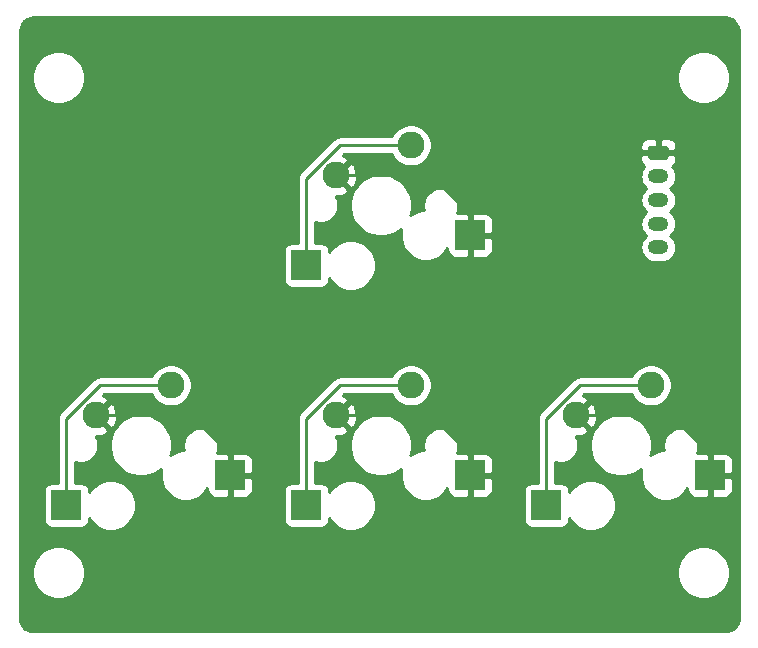
<source format=gbl>
%TF.GenerationSoftware,KiCad,Pcbnew,(5.1.12)-1*%
%TF.CreationDate,2021-12-29T15:11:16-05:00*%
%TF.ProjectId,4keymacropad,346b6579-6d61-4637-926f-7061642e6b69,rev?*%
%TF.SameCoordinates,Original*%
%TF.FileFunction,Copper,L2,Bot*%
%TF.FilePolarity,Positive*%
%FSLAX46Y46*%
G04 Gerber Fmt 4.6, Leading zero omitted, Abs format (unit mm)*
G04 Created by KiCad (PCBNEW (5.1.12)-1) date 2021-12-29 15:11:16*
%MOMM*%
%LPD*%
G01*
G04 APERTURE LIST*
%TA.AperFunction,ComponentPad*%
%ADD10O,1.750000X1.200000*%
%TD*%
%TA.AperFunction,SMDPad,CuDef*%
%ADD11R,2.550000X2.500000*%
%TD*%
%TA.AperFunction,ComponentPad*%
%ADD12C,2.286000*%
%TD*%
%TA.AperFunction,Conductor*%
%ADD13C,0.250000*%
%TD*%
%TA.AperFunction,Conductor*%
%ADD14C,0.254000*%
%TD*%
%TA.AperFunction,Conductor*%
%ADD15C,0.100000*%
%TD*%
G04 APERTURE END LIST*
%TO.P,J1,1*%
%TO.N,GND*%
%TA.AperFunction,ComponentPad*%
G36*
G01*
X157489999Y-75600000D02*
X158740001Y-75600000D01*
G75*
G02*
X158990000Y-75849999I0J-249999D01*
G01*
X158990000Y-76550001D01*
G75*
G02*
X158740001Y-76800000I-249999J0D01*
G01*
X157489999Y-76800000D01*
G75*
G02*
X157240000Y-76550001I0J249999D01*
G01*
X157240000Y-75849999D01*
G75*
G02*
X157489999Y-75600000I249999J0D01*
G01*
G37*
%TD.AperFunction*%
D10*
%TO.P,J1,2*%
%TO.N,Net-(J1-Pad2)*%
X158115000Y-78200000D03*
%TO.P,J1,3*%
%TO.N,Net-(J1-Pad3)*%
X158115000Y-80200000D03*
%TO.P,J1,4*%
%TO.N,Net-(J1-Pad4)*%
X158115000Y-82200000D03*
%TO.P,J1,5*%
%TO.N,Net-(J1-Pad5)*%
X158115000Y-84200000D03*
%TD*%
D11*
%TO.P,SW1,1*%
%TO.N,Net-(J1-Pad2)*%
X128330000Y-85725000D03*
D12*
X137160000Y-75565000D03*
%TO.P,SW1,2*%
%TO.N,GND*%
X130810000Y-78105000D03*
D11*
X142180000Y-83185000D03*
%TD*%
%TO.P,SW2,2*%
%TO.N,GND*%
X121860000Y-103505000D03*
D12*
X110490000Y-98425000D03*
%TO.P,SW2,1*%
%TO.N,Net-(J1-Pad3)*%
X116840000Y-95885000D03*
D11*
X108010000Y-106045000D03*
%TD*%
%TO.P,SW3,2*%
%TO.N,GND*%
X142180000Y-103505000D03*
D12*
X130810000Y-98425000D03*
%TO.P,SW3,1*%
%TO.N,Net-(J1-Pad4)*%
X137160000Y-95885000D03*
D11*
X128330000Y-106045000D03*
%TD*%
%TO.P,SW4,1*%
%TO.N,Net-(J1-Pad5)*%
X148650000Y-106045000D03*
D12*
X157480000Y-95885000D03*
%TO.P,SW4,2*%
%TO.N,GND*%
X151130000Y-98425000D03*
D11*
X162500000Y-103505000D03*
%TD*%
D13*
%TO.N,GND*%
X142180000Y-81384666D02*
X142180000Y-83185000D01*
X138900334Y-78105000D02*
X142180000Y-81384666D01*
X130810000Y-78105000D02*
X138900334Y-78105000D01*
X121860000Y-101704666D02*
X121860000Y-103505000D01*
X118580334Y-98425000D02*
X121860000Y-101704666D01*
X110490000Y-98425000D02*
X118580334Y-98425000D01*
X142180000Y-101704666D02*
X142180000Y-103505000D01*
X138900334Y-98425000D02*
X142180000Y-101704666D01*
X130810000Y-98425000D02*
X138900334Y-98425000D01*
X162500000Y-101704666D02*
X162500000Y-103505000D01*
X159220334Y-98425000D02*
X162500000Y-101704666D01*
X151130000Y-98425000D02*
X159220334Y-98425000D01*
%TO.N,Net-(J1-Pad2)*%
X131177358Y-75565000D02*
X128330000Y-78412358D01*
X128330000Y-78412358D02*
X128330000Y-85725000D01*
X137160000Y-75565000D02*
X131177358Y-75565000D01*
%TO.N,Net-(J1-Pad3)*%
X108010000Y-98732358D02*
X108010000Y-106045000D01*
X110857358Y-95885000D02*
X108010000Y-98732358D01*
X116840000Y-95885000D02*
X110857358Y-95885000D01*
%TO.N,Net-(J1-Pad4)*%
X131177358Y-95885000D02*
X128330000Y-98732358D01*
X128330000Y-98732358D02*
X128330000Y-106045000D01*
X137160000Y-95885000D02*
X131177358Y-95885000D01*
%TO.N,Net-(J1-Pad5)*%
X148650000Y-98732358D02*
X148650000Y-106045000D01*
X151497358Y-95885000D02*
X148650000Y-98732358D01*
X157480000Y-95885000D02*
X151497358Y-95885000D01*
%TD*%
D14*
%TO.N,GND*%
X163841875Y-64697234D02*
X164097622Y-64774448D01*
X164333504Y-64899869D01*
X164540530Y-65068716D01*
X164710813Y-65274554D01*
X164837879Y-65509556D01*
X164916876Y-65764756D01*
X164948001Y-66060891D01*
X164948000Y-115537721D01*
X164923603Y-115786540D01*
X164860717Y-115994830D01*
X164758572Y-116186938D01*
X164621052Y-116355554D01*
X164453409Y-116494240D01*
X164262017Y-116597725D01*
X164054166Y-116662066D01*
X163807419Y-116688000D01*
X105188279Y-116688000D01*
X104939460Y-116663603D01*
X104731170Y-116600717D01*
X104539062Y-116498572D01*
X104370446Y-116361052D01*
X104231760Y-116193409D01*
X104128275Y-116002017D01*
X104063934Y-115794166D01*
X104038000Y-115547419D01*
X104038000Y-111539872D01*
X105080000Y-111539872D01*
X105080000Y-111980128D01*
X105165890Y-112411925D01*
X105334369Y-112818669D01*
X105578962Y-113184729D01*
X105890271Y-113496038D01*
X106256331Y-113740631D01*
X106663075Y-113909110D01*
X107094872Y-113995000D01*
X107535128Y-113995000D01*
X107966925Y-113909110D01*
X108373669Y-113740631D01*
X108739729Y-113496038D01*
X109051038Y-113184729D01*
X109295631Y-112818669D01*
X109464110Y-112411925D01*
X109550000Y-111980128D01*
X109550000Y-111539872D01*
X159690000Y-111539872D01*
X159690000Y-111980128D01*
X159775890Y-112411925D01*
X159944369Y-112818669D01*
X160188962Y-113184729D01*
X160500271Y-113496038D01*
X160866331Y-113740631D01*
X161273075Y-113909110D01*
X161704872Y-113995000D01*
X162145128Y-113995000D01*
X162576925Y-113909110D01*
X162983669Y-113740631D01*
X163349729Y-113496038D01*
X163661038Y-113184729D01*
X163905631Y-112818669D01*
X164074110Y-112411925D01*
X164160000Y-111980128D01*
X164160000Y-111539872D01*
X164074110Y-111108075D01*
X163905631Y-110701331D01*
X163661038Y-110335271D01*
X163349729Y-110023962D01*
X162983669Y-109779369D01*
X162576925Y-109610890D01*
X162145128Y-109525000D01*
X161704872Y-109525000D01*
X161273075Y-109610890D01*
X160866331Y-109779369D01*
X160500271Y-110023962D01*
X160188962Y-110335271D01*
X159944369Y-110701331D01*
X159775890Y-111108075D01*
X159690000Y-111539872D01*
X109550000Y-111539872D01*
X109464110Y-111108075D01*
X109295631Y-110701331D01*
X109051038Y-110335271D01*
X108739729Y-110023962D01*
X108373669Y-109779369D01*
X107966925Y-109610890D01*
X107535128Y-109525000D01*
X107094872Y-109525000D01*
X106663075Y-109610890D01*
X106256331Y-109779369D01*
X105890271Y-110023962D01*
X105578962Y-110335271D01*
X105334369Y-110701331D01*
X105165890Y-111108075D01*
X105080000Y-111539872D01*
X104038000Y-111539872D01*
X104038000Y-104795000D01*
X106096928Y-104795000D01*
X106096928Y-107295000D01*
X106109188Y-107419482D01*
X106145498Y-107539180D01*
X106204463Y-107649494D01*
X106283815Y-107746185D01*
X106380506Y-107825537D01*
X106490820Y-107884502D01*
X106610518Y-107920812D01*
X106735000Y-107933072D01*
X109285000Y-107933072D01*
X109409482Y-107920812D01*
X109529180Y-107884502D01*
X109639494Y-107825537D01*
X109736185Y-107746185D01*
X109815537Y-107649494D01*
X109874502Y-107539180D01*
X109910812Y-107419482D01*
X109923072Y-107295000D01*
X109923072Y-107138741D01*
X110101637Y-107405983D01*
X110399017Y-107703363D01*
X110748698Y-107937012D01*
X111137244Y-108097953D01*
X111549721Y-108180000D01*
X111970279Y-108180000D01*
X112382756Y-108097953D01*
X112771302Y-107937012D01*
X113120983Y-107703363D01*
X113418363Y-107405983D01*
X113652012Y-107056302D01*
X113812953Y-106667756D01*
X113895000Y-106255279D01*
X113895000Y-105834721D01*
X113812953Y-105422244D01*
X113652012Y-105033698D01*
X113418363Y-104684017D01*
X113120983Y-104386637D01*
X112771302Y-104152988D01*
X112382756Y-103992047D01*
X111970279Y-103910000D01*
X111549721Y-103910000D01*
X111137244Y-103992047D01*
X110748698Y-104152988D01*
X110399017Y-104386637D01*
X110101637Y-104684017D01*
X109923072Y-104951259D01*
X109923072Y-104795000D01*
X109910812Y-104670518D01*
X109874502Y-104550820D01*
X109815537Y-104440506D01*
X109736185Y-104343815D01*
X109639494Y-104264463D01*
X109529180Y-104205498D01*
X109409482Y-104169188D01*
X109285000Y-104156928D01*
X108770000Y-104156928D01*
X108770000Y-102386931D01*
X108786579Y-102393798D01*
X109073652Y-102450900D01*
X109366348Y-102450900D01*
X109653421Y-102393798D01*
X109923838Y-102281788D01*
X110167206Y-102119174D01*
X110374174Y-101912206D01*
X110536788Y-101668838D01*
X110648798Y-101398421D01*
X110705900Y-101111348D01*
X110705900Y-100818652D01*
X110683508Y-100706076D01*
X111671100Y-100706076D01*
X111671100Y-101223924D01*
X111772127Y-101731822D01*
X111970299Y-102210251D01*
X112258000Y-102640826D01*
X112624174Y-103007000D01*
X113054749Y-103294701D01*
X113533178Y-103492873D01*
X114041076Y-103593900D01*
X114558924Y-103593900D01*
X115066822Y-103492873D01*
X115545251Y-103294701D01*
X115975826Y-103007000D01*
X116046237Y-102936589D01*
X115975000Y-103294721D01*
X115975000Y-103715279D01*
X116057047Y-104127756D01*
X116217988Y-104516302D01*
X116451637Y-104865983D01*
X116749017Y-105163363D01*
X117098698Y-105397012D01*
X117487244Y-105557953D01*
X117899721Y-105640000D01*
X118320279Y-105640000D01*
X118732756Y-105557953D01*
X119121302Y-105397012D01*
X119470983Y-105163363D01*
X119768363Y-104865983D01*
X119947428Y-104597993D01*
X119946928Y-104755000D01*
X119959188Y-104879482D01*
X119995498Y-104999180D01*
X120054463Y-105109494D01*
X120133815Y-105206185D01*
X120230506Y-105285537D01*
X120340820Y-105344502D01*
X120460518Y-105380812D01*
X120585000Y-105393072D01*
X121574250Y-105390000D01*
X121733000Y-105231250D01*
X121733000Y-103632000D01*
X121987000Y-103632000D01*
X121987000Y-105231250D01*
X122145750Y-105390000D01*
X123135000Y-105393072D01*
X123259482Y-105380812D01*
X123379180Y-105344502D01*
X123489494Y-105285537D01*
X123586185Y-105206185D01*
X123665537Y-105109494D01*
X123724502Y-104999180D01*
X123760812Y-104879482D01*
X123769132Y-104795000D01*
X126416928Y-104795000D01*
X126416928Y-107295000D01*
X126429188Y-107419482D01*
X126465498Y-107539180D01*
X126524463Y-107649494D01*
X126603815Y-107746185D01*
X126700506Y-107825537D01*
X126810820Y-107884502D01*
X126930518Y-107920812D01*
X127055000Y-107933072D01*
X129605000Y-107933072D01*
X129729482Y-107920812D01*
X129849180Y-107884502D01*
X129959494Y-107825537D01*
X130056185Y-107746185D01*
X130135537Y-107649494D01*
X130194502Y-107539180D01*
X130230812Y-107419482D01*
X130243072Y-107295000D01*
X130243072Y-107138741D01*
X130421637Y-107405983D01*
X130719017Y-107703363D01*
X131068698Y-107937012D01*
X131457244Y-108097953D01*
X131869721Y-108180000D01*
X132290279Y-108180000D01*
X132702756Y-108097953D01*
X133091302Y-107937012D01*
X133440983Y-107703363D01*
X133738363Y-107405983D01*
X133972012Y-107056302D01*
X134132953Y-106667756D01*
X134215000Y-106255279D01*
X134215000Y-105834721D01*
X134132953Y-105422244D01*
X133972012Y-105033698D01*
X133738363Y-104684017D01*
X133440983Y-104386637D01*
X133091302Y-104152988D01*
X132702756Y-103992047D01*
X132290279Y-103910000D01*
X131869721Y-103910000D01*
X131457244Y-103992047D01*
X131068698Y-104152988D01*
X130719017Y-104386637D01*
X130421637Y-104684017D01*
X130243072Y-104951259D01*
X130243072Y-104795000D01*
X130230812Y-104670518D01*
X130194502Y-104550820D01*
X130135537Y-104440506D01*
X130056185Y-104343815D01*
X129959494Y-104264463D01*
X129849180Y-104205498D01*
X129729482Y-104169188D01*
X129605000Y-104156928D01*
X129090000Y-104156928D01*
X129090000Y-102386931D01*
X129106579Y-102393798D01*
X129393652Y-102450900D01*
X129686348Y-102450900D01*
X129973421Y-102393798D01*
X130243838Y-102281788D01*
X130487206Y-102119174D01*
X130694174Y-101912206D01*
X130856788Y-101668838D01*
X130968798Y-101398421D01*
X131025900Y-101111348D01*
X131025900Y-100818652D01*
X131003508Y-100706076D01*
X131991100Y-100706076D01*
X131991100Y-101223924D01*
X132092127Y-101731822D01*
X132290299Y-102210251D01*
X132578000Y-102640826D01*
X132944174Y-103007000D01*
X133374749Y-103294701D01*
X133853178Y-103492873D01*
X134361076Y-103593900D01*
X134878924Y-103593900D01*
X135386822Y-103492873D01*
X135865251Y-103294701D01*
X136295826Y-103007000D01*
X136366237Y-102936589D01*
X136295000Y-103294721D01*
X136295000Y-103715279D01*
X136377047Y-104127756D01*
X136537988Y-104516302D01*
X136771637Y-104865983D01*
X137069017Y-105163363D01*
X137418698Y-105397012D01*
X137807244Y-105557953D01*
X138219721Y-105640000D01*
X138640279Y-105640000D01*
X139052756Y-105557953D01*
X139441302Y-105397012D01*
X139790983Y-105163363D01*
X140088363Y-104865983D01*
X140267428Y-104597993D01*
X140266928Y-104755000D01*
X140279188Y-104879482D01*
X140315498Y-104999180D01*
X140374463Y-105109494D01*
X140453815Y-105206185D01*
X140550506Y-105285537D01*
X140660820Y-105344502D01*
X140780518Y-105380812D01*
X140905000Y-105393072D01*
X141894250Y-105390000D01*
X142053000Y-105231250D01*
X142053000Y-103632000D01*
X142307000Y-103632000D01*
X142307000Y-105231250D01*
X142465750Y-105390000D01*
X143455000Y-105393072D01*
X143579482Y-105380812D01*
X143699180Y-105344502D01*
X143809494Y-105285537D01*
X143906185Y-105206185D01*
X143985537Y-105109494D01*
X144044502Y-104999180D01*
X144080812Y-104879482D01*
X144089132Y-104795000D01*
X146736928Y-104795000D01*
X146736928Y-107295000D01*
X146749188Y-107419482D01*
X146785498Y-107539180D01*
X146844463Y-107649494D01*
X146923815Y-107746185D01*
X147020506Y-107825537D01*
X147130820Y-107884502D01*
X147250518Y-107920812D01*
X147375000Y-107933072D01*
X149925000Y-107933072D01*
X150049482Y-107920812D01*
X150169180Y-107884502D01*
X150279494Y-107825537D01*
X150376185Y-107746185D01*
X150455537Y-107649494D01*
X150514502Y-107539180D01*
X150550812Y-107419482D01*
X150563072Y-107295000D01*
X150563072Y-107138741D01*
X150741637Y-107405983D01*
X151039017Y-107703363D01*
X151388698Y-107937012D01*
X151777244Y-108097953D01*
X152189721Y-108180000D01*
X152610279Y-108180000D01*
X153022756Y-108097953D01*
X153411302Y-107937012D01*
X153760983Y-107703363D01*
X154058363Y-107405983D01*
X154292012Y-107056302D01*
X154452953Y-106667756D01*
X154535000Y-106255279D01*
X154535000Y-105834721D01*
X154452953Y-105422244D01*
X154292012Y-105033698D01*
X154058363Y-104684017D01*
X153760983Y-104386637D01*
X153411302Y-104152988D01*
X153022756Y-103992047D01*
X152610279Y-103910000D01*
X152189721Y-103910000D01*
X151777244Y-103992047D01*
X151388698Y-104152988D01*
X151039017Y-104386637D01*
X150741637Y-104684017D01*
X150563072Y-104951259D01*
X150563072Y-104795000D01*
X150550812Y-104670518D01*
X150514502Y-104550820D01*
X150455537Y-104440506D01*
X150376185Y-104343815D01*
X150279494Y-104264463D01*
X150169180Y-104205498D01*
X150049482Y-104169188D01*
X149925000Y-104156928D01*
X149410000Y-104156928D01*
X149410000Y-102386931D01*
X149426579Y-102393798D01*
X149713652Y-102450900D01*
X150006348Y-102450900D01*
X150293421Y-102393798D01*
X150563838Y-102281788D01*
X150807206Y-102119174D01*
X151014174Y-101912206D01*
X151176788Y-101668838D01*
X151288798Y-101398421D01*
X151345900Y-101111348D01*
X151345900Y-100818652D01*
X151323508Y-100706076D01*
X152311100Y-100706076D01*
X152311100Y-101223924D01*
X152412127Y-101731822D01*
X152610299Y-102210251D01*
X152898000Y-102640826D01*
X153264174Y-103007000D01*
X153694749Y-103294701D01*
X154173178Y-103492873D01*
X154681076Y-103593900D01*
X155198924Y-103593900D01*
X155706822Y-103492873D01*
X156185251Y-103294701D01*
X156615826Y-103007000D01*
X156686237Y-102936589D01*
X156615000Y-103294721D01*
X156615000Y-103715279D01*
X156697047Y-104127756D01*
X156857988Y-104516302D01*
X157091637Y-104865983D01*
X157389017Y-105163363D01*
X157738698Y-105397012D01*
X158127244Y-105557953D01*
X158539721Y-105640000D01*
X158960279Y-105640000D01*
X159372756Y-105557953D01*
X159761302Y-105397012D01*
X160110983Y-105163363D01*
X160408363Y-104865983D01*
X160587428Y-104597993D01*
X160586928Y-104755000D01*
X160599188Y-104879482D01*
X160635498Y-104999180D01*
X160694463Y-105109494D01*
X160773815Y-105206185D01*
X160870506Y-105285537D01*
X160980820Y-105344502D01*
X161100518Y-105380812D01*
X161225000Y-105393072D01*
X162214250Y-105390000D01*
X162373000Y-105231250D01*
X162373000Y-103632000D01*
X162627000Y-103632000D01*
X162627000Y-105231250D01*
X162785750Y-105390000D01*
X163775000Y-105393072D01*
X163899482Y-105380812D01*
X164019180Y-105344502D01*
X164129494Y-105285537D01*
X164226185Y-105206185D01*
X164305537Y-105109494D01*
X164364502Y-104999180D01*
X164400812Y-104879482D01*
X164413072Y-104755000D01*
X164410000Y-103790750D01*
X164251250Y-103632000D01*
X162627000Y-103632000D01*
X162373000Y-103632000D01*
X162353000Y-103632000D01*
X162353000Y-103378000D01*
X162373000Y-103378000D01*
X162373000Y-101778750D01*
X162627000Y-101778750D01*
X162627000Y-103378000D01*
X164251250Y-103378000D01*
X164410000Y-103219250D01*
X164413072Y-102255000D01*
X164400812Y-102130518D01*
X164364502Y-102010820D01*
X164305537Y-101900506D01*
X164226185Y-101803815D01*
X164129494Y-101724463D01*
X164019180Y-101665498D01*
X163899482Y-101629188D01*
X163775000Y-101616928D01*
X162785750Y-101620000D01*
X162627000Y-101778750D01*
X162373000Y-101778750D01*
X162214250Y-101620000D01*
X161358119Y-101617341D01*
X161448798Y-101398421D01*
X161505900Y-101111348D01*
X161505900Y-100818652D01*
X161448798Y-100531579D01*
X161336788Y-100261162D01*
X161174174Y-100017794D01*
X160967206Y-99810826D01*
X160723838Y-99648212D01*
X160453421Y-99536202D01*
X160166348Y-99479100D01*
X159873652Y-99479100D01*
X159586579Y-99536202D01*
X159316162Y-99648212D01*
X159072794Y-99810826D01*
X158865826Y-100017794D01*
X158703212Y-100261162D01*
X158591202Y-100531579D01*
X158534100Y-100818652D01*
X158534100Y-101111348D01*
X158585549Y-101370000D01*
X158539721Y-101370000D01*
X158127244Y-101452047D01*
X157738698Y-101612988D01*
X157432292Y-101817721D01*
X157467873Y-101731822D01*
X157568900Y-101223924D01*
X157568900Y-100706076D01*
X157467873Y-100198178D01*
X157269701Y-99719749D01*
X156982000Y-99289174D01*
X156615826Y-98923000D01*
X156185251Y-98635299D01*
X155706822Y-98437127D01*
X155198924Y-98336100D01*
X154681076Y-98336100D01*
X154173178Y-98437127D01*
X153694749Y-98635299D01*
X153264174Y-98923000D01*
X152898000Y-99289174D01*
X152610299Y-99719749D01*
X152412127Y-100198178D01*
X152311100Y-100706076D01*
X151323508Y-100706076D01*
X151288798Y-100531579D01*
X151176788Y-100261162D01*
X151141030Y-100207646D01*
X151186938Y-100210694D01*
X151534216Y-100165275D01*
X151865960Y-100052977D01*
X152074736Y-99941384D01*
X152187755Y-99662360D01*
X151130000Y-98604605D01*
X151115858Y-98618748D01*
X150936253Y-98439143D01*
X150950395Y-98425000D01*
X151309605Y-98425000D01*
X152367360Y-99482755D01*
X152646384Y-99369736D01*
X152801556Y-99055751D01*
X152892491Y-98717527D01*
X152915694Y-98368062D01*
X152870275Y-98020784D01*
X152757977Y-97689040D01*
X152646384Y-97480264D01*
X152367360Y-97367245D01*
X151309605Y-98425000D01*
X150950395Y-98425000D01*
X150936253Y-98410858D01*
X151115858Y-98231253D01*
X151130000Y-98245395D01*
X152187755Y-97187640D01*
X152074736Y-96908616D01*
X151760751Y-96753444D01*
X151715801Y-96741359D01*
X151812160Y-96645000D01*
X155870309Y-96645000D01*
X155904357Y-96727199D01*
X156098937Y-97018409D01*
X156346591Y-97266063D01*
X156637801Y-97460643D01*
X156961377Y-97594672D01*
X157304882Y-97663000D01*
X157655118Y-97663000D01*
X157998623Y-97594672D01*
X158322199Y-97460643D01*
X158613409Y-97266063D01*
X158861063Y-97018409D01*
X159055643Y-96727199D01*
X159189672Y-96403623D01*
X159258000Y-96060118D01*
X159258000Y-95709882D01*
X159189672Y-95366377D01*
X159055643Y-95042801D01*
X158861063Y-94751591D01*
X158613409Y-94503937D01*
X158322199Y-94309357D01*
X157998623Y-94175328D01*
X157655118Y-94107000D01*
X157304882Y-94107000D01*
X156961377Y-94175328D01*
X156637801Y-94309357D01*
X156346591Y-94503937D01*
X156098937Y-94751591D01*
X155904357Y-95042801D01*
X155870309Y-95125000D01*
X151534680Y-95125000D01*
X151497357Y-95121324D01*
X151460034Y-95125000D01*
X151460025Y-95125000D01*
X151348372Y-95135997D01*
X151205111Y-95179454D01*
X151073082Y-95250026D01*
X150957357Y-95344999D01*
X150933559Y-95373997D01*
X148139003Y-98168554D01*
X148109999Y-98192357D01*
X148066472Y-98245395D01*
X148015026Y-98308082D01*
X148000050Y-98336100D01*
X147944454Y-98440112D01*
X147900997Y-98583373D01*
X147890000Y-98695026D01*
X147890000Y-98695036D01*
X147886324Y-98732358D01*
X147890000Y-98769681D01*
X147890001Y-104156928D01*
X147375000Y-104156928D01*
X147250518Y-104169188D01*
X147130820Y-104205498D01*
X147020506Y-104264463D01*
X146923815Y-104343815D01*
X146844463Y-104440506D01*
X146785498Y-104550820D01*
X146749188Y-104670518D01*
X146736928Y-104795000D01*
X144089132Y-104795000D01*
X144093072Y-104755000D01*
X144090000Y-103790750D01*
X143931250Y-103632000D01*
X142307000Y-103632000D01*
X142053000Y-103632000D01*
X142033000Y-103632000D01*
X142033000Y-103378000D01*
X142053000Y-103378000D01*
X142053000Y-101778750D01*
X142307000Y-101778750D01*
X142307000Y-103378000D01*
X143931250Y-103378000D01*
X144090000Y-103219250D01*
X144093072Y-102255000D01*
X144080812Y-102130518D01*
X144044502Y-102010820D01*
X143985537Y-101900506D01*
X143906185Y-101803815D01*
X143809494Y-101724463D01*
X143699180Y-101665498D01*
X143579482Y-101629188D01*
X143455000Y-101616928D01*
X142465750Y-101620000D01*
X142307000Y-101778750D01*
X142053000Y-101778750D01*
X141894250Y-101620000D01*
X141038119Y-101617341D01*
X141128798Y-101398421D01*
X141185900Y-101111348D01*
X141185900Y-100818652D01*
X141128798Y-100531579D01*
X141016788Y-100261162D01*
X140854174Y-100017794D01*
X140647206Y-99810826D01*
X140403838Y-99648212D01*
X140133421Y-99536202D01*
X139846348Y-99479100D01*
X139553652Y-99479100D01*
X139266579Y-99536202D01*
X138996162Y-99648212D01*
X138752794Y-99810826D01*
X138545826Y-100017794D01*
X138383212Y-100261162D01*
X138271202Y-100531579D01*
X138214100Y-100818652D01*
X138214100Y-101111348D01*
X138265549Y-101370000D01*
X138219721Y-101370000D01*
X137807244Y-101452047D01*
X137418698Y-101612988D01*
X137112292Y-101817721D01*
X137147873Y-101731822D01*
X137248900Y-101223924D01*
X137248900Y-100706076D01*
X137147873Y-100198178D01*
X136949701Y-99719749D01*
X136662000Y-99289174D01*
X136295826Y-98923000D01*
X135865251Y-98635299D01*
X135386822Y-98437127D01*
X134878924Y-98336100D01*
X134361076Y-98336100D01*
X133853178Y-98437127D01*
X133374749Y-98635299D01*
X132944174Y-98923000D01*
X132578000Y-99289174D01*
X132290299Y-99719749D01*
X132092127Y-100198178D01*
X131991100Y-100706076D01*
X131003508Y-100706076D01*
X130968798Y-100531579D01*
X130856788Y-100261162D01*
X130821030Y-100207646D01*
X130866938Y-100210694D01*
X131214216Y-100165275D01*
X131545960Y-100052977D01*
X131754736Y-99941384D01*
X131867755Y-99662360D01*
X130810000Y-98604605D01*
X130795858Y-98618748D01*
X130616253Y-98439143D01*
X130630395Y-98425000D01*
X130989605Y-98425000D01*
X132047360Y-99482755D01*
X132326384Y-99369736D01*
X132481556Y-99055751D01*
X132572491Y-98717527D01*
X132595694Y-98368062D01*
X132550275Y-98020784D01*
X132437977Y-97689040D01*
X132326384Y-97480264D01*
X132047360Y-97367245D01*
X130989605Y-98425000D01*
X130630395Y-98425000D01*
X130616253Y-98410858D01*
X130795858Y-98231253D01*
X130810000Y-98245395D01*
X131867755Y-97187640D01*
X131754736Y-96908616D01*
X131440751Y-96753444D01*
X131395801Y-96741359D01*
X131492160Y-96645000D01*
X135550309Y-96645000D01*
X135584357Y-96727199D01*
X135778937Y-97018409D01*
X136026591Y-97266063D01*
X136317801Y-97460643D01*
X136641377Y-97594672D01*
X136984882Y-97663000D01*
X137335118Y-97663000D01*
X137678623Y-97594672D01*
X138002199Y-97460643D01*
X138293409Y-97266063D01*
X138541063Y-97018409D01*
X138735643Y-96727199D01*
X138869672Y-96403623D01*
X138938000Y-96060118D01*
X138938000Y-95709882D01*
X138869672Y-95366377D01*
X138735643Y-95042801D01*
X138541063Y-94751591D01*
X138293409Y-94503937D01*
X138002199Y-94309357D01*
X137678623Y-94175328D01*
X137335118Y-94107000D01*
X136984882Y-94107000D01*
X136641377Y-94175328D01*
X136317801Y-94309357D01*
X136026591Y-94503937D01*
X135778937Y-94751591D01*
X135584357Y-95042801D01*
X135550309Y-95125000D01*
X131214680Y-95125000D01*
X131177357Y-95121324D01*
X131140034Y-95125000D01*
X131140025Y-95125000D01*
X131028372Y-95135997D01*
X130885111Y-95179454D01*
X130753082Y-95250026D01*
X130637357Y-95344999D01*
X130613559Y-95373997D01*
X127819003Y-98168554D01*
X127789999Y-98192357D01*
X127746472Y-98245395D01*
X127695026Y-98308082D01*
X127680050Y-98336100D01*
X127624454Y-98440112D01*
X127580997Y-98583373D01*
X127570000Y-98695026D01*
X127570000Y-98695036D01*
X127566324Y-98732358D01*
X127570000Y-98769681D01*
X127570001Y-104156928D01*
X127055000Y-104156928D01*
X126930518Y-104169188D01*
X126810820Y-104205498D01*
X126700506Y-104264463D01*
X126603815Y-104343815D01*
X126524463Y-104440506D01*
X126465498Y-104550820D01*
X126429188Y-104670518D01*
X126416928Y-104795000D01*
X123769132Y-104795000D01*
X123773072Y-104755000D01*
X123770000Y-103790750D01*
X123611250Y-103632000D01*
X121987000Y-103632000D01*
X121733000Y-103632000D01*
X121713000Y-103632000D01*
X121713000Y-103378000D01*
X121733000Y-103378000D01*
X121733000Y-101778750D01*
X121987000Y-101778750D01*
X121987000Y-103378000D01*
X123611250Y-103378000D01*
X123770000Y-103219250D01*
X123773072Y-102255000D01*
X123760812Y-102130518D01*
X123724502Y-102010820D01*
X123665537Y-101900506D01*
X123586185Y-101803815D01*
X123489494Y-101724463D01*
X123379180Y-101665498D01*
X123259482Y-101629188D01*
X123135000Y-101616928D01*
X122145750Y-101620000D01*
X121987000Y-101778750D01*
X121733000Y-101778750D01*
X121574250Y-101620000D01*
X120718119Y-101617341D01*
X120808798Y-101398421D01*
X120865900Y-101111348D01*
X120865900Y-100818652D01*
X120808798Y-100531579D01*
X120696788Y-100261162D01*
X120534174Y-100017794D01*
X120327206Y-99810826D01*
X120083838Y-99648212D01*
X119813421Y-99536202D01*
X119526348Y-99479100D01*
X119233652Y-99479100D01*
X118946579Y-99536202D01*
X118676162Y-99648212D01*
X118432794Y-99810826D01*
X118225826Y-100017794D01*
X118063212Y-100261162D01*
X117951202Y-100531579D01*
X117894100Y-100818652D01*
X117894100Y-101111348D01*
X117945549Y-101370000D01*
X117899721Y-101370000D01*
X117487244Y-101452047D01*
X117098698Y-101612988D01*
X116792292Y-101817721D01*
X116827873Y-101731822D01*
X116928900Y-101223924D01*
X116928900Y-100706076D01*
X116827873Y-100198178D01*
X116629701Y-99719749D01*
X116342000Y-99289174D01*
X115975826Y-98923000D01*
X115545251Y-98635299D01*
X115066822Y-98437127D01*
X114558924Y-98336100D01*
X114041076Y-98336100D01*
X113533178Y-98437127D01*
X113054749Y-98635299D01*
X112624174Y-98923000D01*
X112258000Y-99289174D01*
X111970299Y-99719749D01*
X111772127Y-100198178D01*
X111671100Y-100706076D01*
X110683508Y-100706076D01*
X110648798Y-100531579D01*
X110536788Y-100261162D01*
X110501030Y-100207646D01*
X110546938Y-100210694D01*
X110894216Y-100165275D01*
X111225960Y-100052977D01*
X111434736Y-99941384D01*
X111547755Y-99662360D01*
X110490000Y-98604605D01*
X110475858Y-98618748D01*
X110296253Y-98439143D01*
X110310395Y-98425000D01*
X110669605Y-98425000D01*
X111727360Y-99482755D01*
X112006384Y-99369736D01*
X112161556Y-99055751D01*
X112252491Y-98717527D01*
X112275694Y-98368062D01*
X112230275Y-98020784D01*
X112117977Y-97689040D01*
X112006384Y-97480264D01*
X111727360Y-97367245D01*
X110669605Y-98425000D01*
X110310395Y-98425000D01*
X110296253Y-98410858D01*
X110475858Y-98231253D01*
X110490000Y-98245395D01*
X111547755Y-97187640D01*
X111434736Y-96908616D01*
X111120751Y-96753444D01*
X111075801Y-96741359D01*
X111172160Y-96645000D01*
X115230309Y-96645000D01*
X115264357Y-96727199D01*
X115458937Y-97018409D01*
X115706591Y-97266063D01*
X115997801Y-97460643D01*
X116321377Y-97594672D01*
X116664882Y-97663000D01*
X117015118Y-97663000D01*
X117358623Y-97594672D01*
X117682199Y-97460643D01*
X117973409Y-97266063D01*
X118221063Y-97018409D01*
X118415643Y-96727199D01*
X118549672Y-96403623D01*
X118618000Y-96060118D01*
X118618000Y-95709882D01*
X118549672Y-95366377D01*
X118415643Y-95042801D01*
X118221063Y-94751591D01*
X117973409Y-94503937D01*
X117682199Y-94309357D01*
X117358623Y-94175328D01*
X117015118Y-94107000D01*
X116664882Y-94107000D01*
X116321377Y-94175328D01*
X115997801Y-94309357D01*
X115706591Y-94503937D01*
X115458937Y-94751591D01*
X115264357Y-95042801D01*
X115230309Y-95125000D01*
X110894680Y-95125000D01*
X110857357Y-95121324D01*
X110820034Y-95125000D01*
X110820025Y-95125000D01*
X110708372Y-95135997D01*
X110565111Y-95179454D01*
X110433082Y-95250026D01*
X110317357Y-95344999D01*
X110293559Y-95373997D01*
X107499003Y-98168554D01*
X107469999Y-98192357D01*
X107426472Y-98245395D01*
X107375026Y-98308082D01*
X107360050Y-98336100D01*
X107304454Y-98440112D01*
X107260997Y-98583373D01*
X107250000Y-98695026D01*
X107250000Y-98695036D01*
X107246324Y-98732358D01*
X107250000Y-98769681D01*
X107250001Y-104156928D01*
X106735000Y-104156928D01*
X106610518Y-104169188D01*
X106490820Y-104205498D01*
X106380506Y-104264463D01*
X106283815Y-104343815D01*
X106204463Y-104440506D01*
X106145498Y-104550820D01*
X106109188Y-104670518D01*
X106096928Y-104795000D01*
X104038000Y-104795000D01*
X104038000Y-84475000D01*
X126416928Y-84475000D01*
X126416928Y-86975000D01*
X126429188Y-87099482D01*
X126465498Y-87219180D01*
X126524463Y-87329494D01*
X126603815Y-87426185D01*
X126700506Y-87505537D01*
X126810820Y-87564502D01*
X126930518Y-87600812D01*
X127055000Y-87613072D01*
X129605000Y-87613072D01*
X129729482Y-87600812D01*
X129849180Y-87564502D01*
X129959494Y-87505537D01*
X130056185Y-87426185D01*
X130135537Y-87329494D01*
X130194502Y-87219180D01*
X130230812Y-87099482D01*
X130243072Y-86975000D01*
X130243072Y-86818741D01*
X130421637Y-87085983D01*
X130719017Y-87383363D01*
X131068698Y-87617012D01*
X131457244Y-87777953D01*
X131869721Y-87860000D01*
X132290279Y-87860000D01*
X132702756Y-87777953D01*
X133091302Y-87617012D01*
X133440983Y-87383363D01*
X133738363Y-87085983D01*
X133972012Y-86736302D01*
X134132953Y-86347756D01*
X134215000Y-85935279D01*
X134215000Y-85514721D01*
X134132953Y-85102244D01*
X133972012Y-84713698D01*
X133738363Y-84364017D01*
X133440983Y-84066637D01*
X133091302Y-83832988D01*
X132702756Y-83672047D01*
X132290279Y-83590000D01*
X131869721Y-83590000D01*
X131457244Y-83672047D01*
X131068698Y-83832988D01*
X130719017Y-84066637D01*
X130421637Y-84364017D01*
X130243072Y-84631259D01*
X130243072Y-84475000D01*
X130230812Y-84350518D01*
X130194502Y-84230820D01*
X130135537Y-84120506D01*
X130056185Y-84023815D01*
X129959494Y-83944463D01*
X129849180Y-83885498D01*
X129729482Y-83849188D01*
X129605000Y-83836928D01*
X129090000Y-83836928D01*
X129090000Y-82066931D01*
X129106579Y-82073798D01*
X129393652Y-82130900D01*
X129686348Y-82130900D01*
X129973421Y-82073798D01*
X130243838Y-81961788D01*
X130487206Y-81799174D01*
X130694174Y-81592206D01*
X130856788Y-81348838D01*
X130968798Y-81078421D01*
X131025900Y-80791348D01*
X131025900Y-80498652D01*
X131003508Y-80386076D01*
X131991100Y-80386076D01*
X131991100Y-80903924D01*
X132092127Y-81411822D01*
X132290299Y-81890251D01*
X132578000Y-82320826D01*
X132944174Y-82687000D01*
X133374749Y-82974701D01*
X133853178Y-83172873D01*
X134361076Y-83273900D01*
X134878924Y-83273900D01*
X135386822Y-83172873D01*
X135865251Y-82974701D01*
X136295826Y-82687000D01*
X136366237Y-82616589D01*
X136295000Y-82974721D01*
X136295000Y-83395279D01*
X136377047Y-83807756D01*
X136537988Y-84196302D01*
X136771637Y-84545983D01*
X137069017Y-84843363D01*
X137418698Y-85077012D01*
X137807244Y-85237953D01*
X138219721Y-85320000D01*
X138640279Y-85320000D01*
X139052756Y-85237953D01*
X139441302Y-85077012D01*
X139790983Y-84843363D01*
X140088363Y-84545983D01*
X140267428Y-84277993D01*
X140266928Y-84435000D01*
X140279188Y-84559482D01*
X140315498Y-84679180D01*
X140374463Y-84789494D01*
X140453815Y-84886185D01*
X140550506Y-84965537D01*
X140660820Y-85024502D01*
X140780518Y-85060812D01*
X140905000Y-85073072D01*
X141894250Y-85070000D01*
X142053000Y-84911250D01*
X142053000Y-83312000D01*
X142307000Y-83312000D01*
X142307000Y-84911250D01*
X142465750Y-85070000D01*
X143455000Y-85073072D01*
X143579482Y-85060812D01*
X143699180Y-85024502D01*
X143809494Y-84965537D01*
X143906185Y-84886185D01*
X143985537Y-84789494D01*
X144044502Y-84679180D01*
X144080812Y-84559482D01*
X144093072Y-84435000D01*
X144090000Y-83470750D01*
X143931250Y-83312000D01*
X142307000Y-83312000D01*
X142053000Y-83312000D01*
X142033000Y-83312000D01*
X142033000Y-83058000D01*
X142053000Y-83058000D01*
X142053000Y-81458750D01*
X142307000Y-81458750D01*
X142307000Y-83058000D01*
X143931250Y-83058000D01*
X144090000Y-82899250D01*
X144093072Y-81935000D01*
X144080812Y-81810518D01*
X144044502Y-81690820D01*
X143985537Y-81580506D01*
X143906185Y-81483815D01*
X143809494Y-81404463D01*
X143699180Y-81345498D01*
X143579482Y-81309188D01*
X143455000Y-81296928D01*
X142465750Y-81300000D01*
X142307000Y-81458750D01*
X142053000Y-81458750D01*
X141894250Y-81300000D01*
X141038119Y-81297341D01*
X141128798Y-81078421D01*
X141185900Y-80791348D01*
X141185900Y-80498652D01*
X141128798Y-80211579D01*
X141016788Y-79941162D01*
X140854174Y-79697794D01*
X140647206Y-79490826D01*
X140403838Y-79328212D01*
X140133421Y-79216202D01*
X139846348Y-79159100D01*
X139553652Y-79159100D01*
X139266579Y-79216202D01*
X138996162Y-79328212D01*
X138752794Y-79490826D01*
X138545826Y-79697794D01*
X138383212Y-79941162D01*
X138271202Y-80211579D01*
X138214100Y-80498652D01*
X138214100Y-80791348D01*
X138265549Y-81050000D01*
X138219721Y-81050000D01*
X137807244Y-81132047D01*
X137418698Y-81292988D01*
X137112292Y-81497721D01*
X137147873Y-81411822D01*
X137248900Y-80903924D01*
X137248900Y-80386076D01*
X137147873Y-79878178D01*
X136949701Y-79399749D01*
X136662000Y-78969174D01*
X136295826Y-78603000D01*
X135865251Y-78315299D01*
X135586895Y-78200000D01*
X156599025Y-78200000D01*
X156622870Y-78442102D01*
X156693489Y-78674901D01*
X156808167Y-78889449D01*
X156962498Y-79077502D01*
X157111762Y-79200000D01*
X156962498Y-79322498D01*
X156808167Y-79510551D01*
X156693489Y-79725099D01*
X156622870Y-79957898D01*
X156599025Y-80200000D01*
X156622870Y-80442102D01*
X156693489Y-80674901D01*
X156808167Y-80889449D01*
X156962498Y-81077502D01*
X157111762Y-81200000D01*
X156962498Y-81322498D01*
X156808167Y-81510551D01*
X156693489Y-81725099D01*
X156622870Y-81957898D01*
X156599025Y-82200000D01*
X156622870Y-82442102D01*
X156693489Y-82674901D01*
X156808167Y-82889449D01*
X156962498Y-83077502D01*
X157111762Y-83200000D01*
X156962498Y-83322498D01*
X156808167Y-83510551D01*
X156693489Y-83725099D01*
X156622870Y-83957898D01*
X156599025Y-84200000D01*
X156622870Y-84442102D01*
X156693489Y-84674901D01*
X156808167Y-84889449D01*
X156962498Y-85077502D01*
X157150551Y-85231833D01*
X157365099Y-85346511D01*
X157597898Y-85417130D01*
X157779335Y-85435000D01*
X158450665Y-85435000D01*
X158632102Y-85417130D01*
X158864901Y-85346511D01*
X159079449Y-85231833D01*
X159267502Y-85077502D01*
X159421833Y-84889449D01*
X159536511Y-84674901D01*
X159607130Y-84442102D01*
X159630975Y-84200000D01*
X159607130Y-83957898D01*
X159536511Y-83725099D01*
X159421833Y-83510551D01*
X159267502Y-83322498D01*
X159118238Y-83200000D01*
X159267502Y-83077502D01*
X159421833Y-82889449D01*
X159536511Y-82674901D01*
X159607130Y-82442102D01*
X159630975Y-82200000D01*
X159607130Y-81957898D01*
X159536511Y-81725099D01*
X159421833Y-81510551D01*
X159267502Y-81322498D01*
X159118238Y-81200000D01*
X159267502Y-81077502D01*
X159421833Y-80889449D01*
X159536511Y-80674901D01*
X159607130Y-80442102D01*
X159630975Y-80200000D01*
X159607130Y-79957898D01*
X159536511Y-79725099D01*
X159421833Y-79510551D01*
X159267502Y-79322498D01*
X159118238Y-79200000D01*
X159267502Y-79077502D01*
X159421833Y-78889449D01*
X159536511Y-78674901D01*
X159607130Y-78442102D01*
X159630975Y-78200000D01*
X159607130Y-77957898D01*
X159536511Y-77725099D01*
X159421833Y-77510551D01*
X159295564Y-77356691D01*
X159344494Y-77330537D01*
X159441185Y-77251185D01*
X159520537Y-77154494D01*
X159579502Y-77044180D01*
X159615812Y-76924482D01*
X159628072Y-76800000D01*
X159625000Y-76485750D01*
X159466250Y-76327000D01*
X158242000Y-76327000D01*
X158242000Y-76347000D01*
X157988000Y-76347000D01*
X157988000Y-76327000D01*
X156763750Y-76327000D01*
X156605000Y-76485750D01*
X156601928Y-76800000D01*
X156614188Y-76924482D01*
X156650498Y-77044180D01*
X156709463Y-77154494D01*
X156788815Y-77251185D01*
X156885506Y-77330537D01*
X156934436Y-77356691D01*
X156808167Y-77510551D01*
X156693489Y-77725099D01*
X156622870Y-77957898D01*
X156599025Y-78200000D01*
X135586895Y-78200000D01*
X135386822Y-78117127D01*
X134878924Y-78016100D01*
X134361076Y-78016100D01*
X133853178Y-78117127D01*
X133374749Y-78315299D01*
X132944174Y-78603000D01*
X132578000Y-78969174D01*
X132290299Y-79399749D01*
X132092127Y-79878178D01*
X131991100Y-80386076D01*
X131003508Y-80386076D01*
X130968798Y-80211579D01*
X130856788Y-79941162D01*
X130821030Y-79887646D01*
X130866938Y-79890694D01*
X131214216Y-79845275D01*
X131545960Y-79732977D01*
X131754736Y-79621384D01*
X131867755Y-79342360D01*
X130810000Y-78284605D01*
X130795858Y-78298748D01*
X130616253Y-78119143D01*
X130630395Y-78105000D01*
X130989605Y-78105000D01*
X132047360Y-79162755D01*
X132326384Y-79049736D01*
X132481556Y-78735751D01*
X132572491Y-78397527D01*
X132595694Y-78048062D01*
X132550275Y-77700784D01*
X132437977Y-77369040D01*
X132326384Y-77160264D01*
X132047360Y-77047245D01*
X130989605Y-78105000D01*
X130630395Y-78105000D01*
X130616253Y-78090858D01*
X130795858Y-77911253D01*
X130810000Y-77925395D01*
X131867755Y-76867640D01*
X131754736Y-76588616D01*
X131440751Y-76433444D01*
X131395801Y-76421359D01*
X131492160Y-76325000D01*
X135550309Y-76325000D01*
X135584357Y-76407199D01*
X135778937Y-76698409D01*
X136026591Y-76946063D01*
X136317801Y-77140643D01*
X136641377Y-77274672D01*
X136984882Y-77343000D01*
X137335118Y-77343000D01*
X137678623Y-77274672D01*
X138002199Y-77140643D01*
X138293409Y-76946063D01*
X138541063Y-76698409D01*
X138735643Y-76407199D01*
X138869672Y-76083623D01*
X138938000Y-75740118D01*
X138938000Y-75600000D01*
X156601928Y-75600000D01*
X156605000Y-75914250D01*
X156763750Y-76073000D01*
X157988000Y-76073000D01*
X157988000Y-75123750D01*
X158242000Y-75123750D01*
X158242000Y-76073000D01*
X159466250Y-76073000D01*
X159625000Y-75914250D01*
X159628072Y-75600000D01*
X159615812Y-75475518D01*
X159579502Y-75355820D01*
X159520537Y-75245506D01*
X159441185Y-75148815D01*
X159344494Y-75069463D01*
X159234180Y-75010498D01*
X159114482Y-74974188D01*
X158990000Y-74961928D01*
X158400750Y-74965000D01*
X158242000Y-75123750D01*
X157988000Y-75123750D01*
X157829250Y-74965000D01*
X157240000Y-74961928D01*
X157115518Y-74974188D01*
X156995820Y-75010498D01*
X156885506Y-75069463D01*
X156788815Y-75148815D01*
X156709463Y-75245506D01*
X156650498Y-75355820D01*
X156614188Y-75475518D01*
X156601928Y-75600000D01*
X138938000Y-75600000D01*
X138938000Y-75389882D01*
X138869672Y-75046377D01*
X138735643Y-74722801D01*
X138541063Y-74431591D01*
X138293409Y-74183937D01*
X138002199Y-73989357D01*
X137678623Y-73855328D01*
X137335118Y-73787000D01*
X136984882Y-73787000D01*
X136641377Y-73855328D01*
X136317801Y-73989357D01*
X136026591Y-74183937D01*
X135778937Y-74431591D01*
X135584357Y-74722801D01*
X135550309Y-74805000D01*
X131214680Y-74805000D01*
X131177357Y-74801324D01*
X131140034Y-74805000D01*
X131140025Y-74805000D01*
X131028372Y-74815997D01*
X130885111Y-74859454D01*
X130753082Y-74930026D01*
X130637357Y-75024999D01*
X130613559Y-75053997D01*
X127819003Y-77848554D01*
X127789999Y-77872357D01*
X127746472Y-77925395D01*
X127695026Y-77988082D01*
X127680050Y-78016100D01*
X127624454Y-78120112D01*
X127580997Y-78263373D01*
X127570000Y-78375026D01*
X127570000Y-78375036D01*
X127566324Y-78412358D01*
X127570000Y-78449681D01*
X127570001Y-83836928D01*
X127055000Y-83836928D01*
X126930518Y-83849188D01*
X126810820Y-83885498D01*
X126700506Y-83944463D01*
X126603815Y-84023815D01*
X126524463Y-84120506D01*
X126465498Y-84230820D01*
X126429188Y-84350518D01*
X126416928Y-84475000D01*
X104038000Y-84475000D01*
X104038000Y-69629872D01*
X105080000Y-69629872D01*
X105080000Y-70070128D01*
X105165890Y-70501925D01*
X105334369Y-70908669D01*
X105578962Y-71274729D01*
X105890271Y-71586038D01*
X106256331Y-71830631D01*
X106663075Y-71999110D01*
X107094872Y-72085000D01*
X107535128Y-72085000D01*
X107966925Y-71999110D01*
X108373669Y-71830631D01*
X108739729Y-71586038D01*
X109051038Y-71274729D01*
X109295631Y-70908669D01*
X109464110Y-70501925D01*
X109550000Y-70070128D01*
X109550000Y-69629872D01*
X159690000Y-69629872D01*
X159690000Y-70070128D01*
X159775890Y-70501925D01*
X159944369Y-70908669D01*
X160188962Y-71274729D01*
X160500271Y-71586038D01*
X160866331Y-71830631D01*
X161273075Y-71999110D01*
X161704872Y-72085000D01*
X162145128Y-72085000D01*
X162576925Y-71999110D01*
X162983669Y-71830631D01*
X163349729Y-71586038D01*
X163661038Y-71274729D01*
X163905631Y-70908669D01*
X164074110Y-70501925D01*
X164160000Y-70070128D01*
X164160000Y-69629872D01*
X164074110Y-69198075D01*
X163905631Y-68791331D01*
X163661038Y-68425271D01*
X163349729Y-68113962D01*
X162983669Y-67869369D01*
X162576925Y-67700890D01*
X162145128Y-67615000D01*
X161704872Y-67615000D01*
X161273075Y-67700890D01*
X160866331Y-67869369D01*
X160500271Y-68113962D01*
X160188962Y-68425271D01*
X159944369Y-68791331D01*
X159775890Y-69198075D01*
X159690000Y-69629872D01*
X109550000Y-69629872D01*
X109464110Y-69198075D01*
X109295631Y-68791331D01*
X109051038Y-68425271D01*
X108739729Y-68113962D01*
X108373669Y-67869369D01*
X107966925Y-67700890D01*
X107535128Y-67615000D01*
X107094872Y-67615000D01*
X106663075Y-67700890D01*
X106256331Y-67869369D01*
X105890271Y-68113962D01*
X105578962Y-68425271D01*
X105334369Y-68791331D01*
X105165890Y-69198075D01*
X105080000Y-69629872D01*
X104038000Y-69629872D01*
X104038000Y-66072279D01*
X104067234Y-65774125D01*
X104144448Y-65518378D01*
X104269869Y-65282496D01*
X104438716Y-65075470D01*
X104644554Y-64905187D01*
X104879556Y-64778121D01*
X105134756Y-64699124D01*
X105430882Y-64668000D01*
X163543721Y-64668000D01*
X163841875Y-64697234D01*
%TA.AperFunction,Conductor*%
D15*
G36*
X163841875Y-64697234D02*
G01*
X164097622Y-64774448D01*
X164333504Y-64899869D01*
X164540530Y-65068716D01*
X164710813Y-65274554D01*
X164837879Y-65509556D01*
X164916876Y-65764756D01*
X164948001Y-66060891D01*
X164948000Y-115537721D01*
X164923603Y-115786540D01*
X164860717Y-115994830D01*
X164758572Y-116186938D01*
X164621052Y-116355554D01*
X164453409Y-116494240D01*
X164262017Y-116597725D01*
X164054166Y-116662066D01*
X163807419Y-116688000D01*
X105188279Y-116688000D01*
X104939460Y-116663603D01*
X104731170Y-116600717D01*
X104539062Y-116498572D01*
X104370446Y-116361052D01*
X104231760Y-116193409D01*
X104128275Y-116002017D01*
X104063934Y-115794166D01*
X104038000Y-115547419D01*
X104038000Y-111539872D01*
X105080000Y-111539872D01*
X105080000Y-111980128D01*
X105165890Y-112411925D01*
X105334369Y-112818669D01*
X105578962Y-113184729D01*
X105890271Y-113496038D01*
X106256331Y-113740631D01*
X106663075Y-113909110D01*
X107094872Y-113995000D01*
X107535128Y-113995000D01*
X107966925Y-113909110D01*
X108373669Y-113740631D01*
X108739729Y-113496038D01*
X109051038Y-113184729D01*
X109295631Y-112818669D01*
X109464110Y-112411925D01*
X109550000Y-111980128D01*
X109550000Y-111539872D01*
X159690000Y-111539872D01*
X159690000Y-111980128D01*
X159775890Y-112411925D01*
X159944369Y-112818669D01*
X160188962Y-113184729D01*
X160500271Y-113496038D01*
X160866331Y-113740631D01*
X161273075Y-113909110D01*
X161704872Y-113995000D01*
X162145128Y-113995000D01*
X162576925Y-113909110D01*
X162983669Y-113740631D01*
X163349729Y-113496038D01*
X163661038Y-113184729D01*
X163905631Y-112818669D01*
X164074110Y-112411925D01*
X164160000Y-111980128D01*
X164160000Y-111539872D01*
X164074110Y-111108075D01*
X163905631Y-110701331D01*
X163661038Y-110335271D01*
X163349729Y-110023962D01*
X162983669Y-109779369D01*
X162576925Y-109610890D01*
X162145128Y-109525000D01*
X161704872Y-109525000D01*
X161273075Y-109610890D01*
X160866331Y-109779369D01*
X160500271Y-110023962D01*
X160188962Y-110335271D01*
X159944369Y-110701331D01*
X159775890Y-111108075D01*
X159690000Y-111539872D01*
X109550000Y-111539872D01*
X109464110Y-111108075D01*
X109295631Y-110701331D01*
X109051038Y-110335271D01*
X108739729Y-110023962D01*
X108373669Y-109779369D01*
X107966925Y-109610890D01*
X107535128Y-109525000D01*
X107094872Y-109525000D01*
X106663075Y-109610890D01*
X106256331Y-109779369D01*
X105890271Y-110023962D01*
X105578962Y-110335271D01*
X105334369Y-110701331D01*
X105165890Y-111108075D01*
X105080000Y-111539872D01*
X104038000Y-111539872D01*
X104038000Y-104795000D01*
X106096928Y-104795000D01*
X106096928Y-107295000D01*
X106109188Y-107419482D01*
X106145498Y-107539180D01*
X106204463Y-107649494D01*
X106283815Y-107746185D01*
X106380506Y-107825537D01*
X106490820Y-107884502D01*
X106610518Y-107920812D01*
X106735000Y-107933072D01*
X109285000Y-107933072D01*
X109409482Y-107920812D01*
X109529180Y-107884502D01*
X109639494Y-107825537D01*
X109736185Y-107746185D01*
X109815537Y-107649494D01*
X109874502Y-107539180D01*
X109910812Y-107419482D01*
X109923072Y-107295000D01*
X109923072Y-107138741D01*
X110101637Y-107405983D01*
X110399017Y-107703363D01*
X110748698Y-107937012D01*
X111137244Y-108097953D01*
X111549721Y-108180000D01*
X111970279Y-108180000D01*
X112382756Y-108097953D01*
X112771302Y-107937012D01*
X113120983Y-107703363D01*
X113418363Y-107405983D01*
X113652012Y-107056302D01*
X113812953Y-106667756D01*
X113895000Y-106255279D01*
X113895000Y-105834721D01*
X113812953Y-105422244D01*
X113652012Y-105033698D01*
X113418363Y-104684017D01*
X113120983Y-104386637D01*
X112771302Y-104152988D01*
X112382756Y-103992047D01*
X111970279Y-103910000D01*
X111549721Y-103910000D01*
X111137244Y-103992047D01*
X110748698Y-104152988D01*
X110399017Y-104386637D01*
X110101637Y-104684017D01*
X109923072Y-104951259D01*
X109923072Y-104795000D01*
X109910812Y-104670518D01*
X109874502Y-104550820D01*
X109815537Y-104440506D01*
X109736185Y-104343815D01*
X109639494Y-104264463D01*
X109529180Y-104205498D01*
X109409482Y-104169188D01*
X109285000Y-104156928D01*
X108770000Y-104156928D01*
X108770000Y-102386931D01*
X108786579Y-102393798D01*
X109073652Y-102450900D01*
X109366348Y-102450900D01*
X109653421Y-102393798D01*
X109923838Y-102281788D01*
X110167206Y-102119174D01*
X110374174Y-101912206D01*
X110536788Y-101668838D01*
X110648798Y-101398421D01*
X110705900Y-101111348D01*
X110705900Y-100818652D01*
X110683508Y-100706076D01*
X111671100Y-100706076D01*
X111671100Y-101223924D01*
X111772127Y-101731822D01*
X111970299Y-102210251D01*
X112258000Y-102640826D01*
X112624174Y-103007000D01*
X113054749Y-103294701D01*
X113533178Y-103492873D01*
X114041076Y-103593900D01*
X114558924Y-103593900D01*
X115066822Y-103492873D01*
X115545251Y-103294701D01*
X115975826Y-103007000D01*
X116046237Y-102936589D01*
X115975000Y-103294721D01*
X115975000Y-103715279D01*
X116057047Y-104127756D01*
X116217988Y-104516302D01*
X116451637Y-104865983D01*
X116749017Y-105163363D01*
X117098698Y-105397012D01*
X117487244Y-105557953D01*
X117899721Y-105640000D01*
X118320279Y-105640000D01*
X118732756Y-105557953D01*
X119121302Y-105397012D01*
X119470983Y-105163363D01*
X119768363Y-104865983D01*
X119947428Y-104597993D01*
X119946928Y-104755000D01*
X119959188Y-104879482D01*
X119995498Y-104999180D01*
X120054463Y-105109494D01*
X120133815Y-105206185D01*
X120230506Y-105285537D01*
X120340820Y-105344502D01*
X120460518Y-105380812D01*
X120585000Y-105393072D01*
X121574250Y-105390000D01*
X121733000Y-105231250D01*
X121733000Y-103632000D01*
X121987000Y-103632000D01*
X121987000Y-105231250D01*
X122145750Y-105390000D01*
X123135000Y-105393072D01*
X123259482Y-105380812D01*
X123379180Y-105344502D01*
X123489494Y-105285537D01*
X123586185Y-105206185D01*
X123665537Y-105109494D01*
X123724502Y-104999180D01*
X123760812Y-104879482D01*
X123769132Y-104795000D01*
X126416928Y-104795000D01*
X126416928Y-107295000D01*
X126429188Y-107419482D01*
X126465498Y-107539180D01*
X126524463Y-107649494D01*
X126603815Y-107746185D01*
X126700506Y-107825537D01*
X126810820Y-107884502D01*
X126930518Y-107920812D01*
X127055000Y-107933072D01*
X129605000Y-107933072D01*
X129729482Y-107920812D01*
X129849180Y-107884502D01*
X129959494Y-107825537D01*
X130056185Y-107746185D01*
X130135537Y-107649494D01*
X130194502Y-107539180D01*
X130230812Y-107419482D01*
X130243072Y-107295000D01*
X130243072Y-107138741D01*
X130421637Y-107405983D01*
X130719017Y-107703363D01*
X131068698Y-107937012D01*
X131457244Y-108097953D01*
X131869721Y-108180000D01*
X132290279Y-108180000D01*
X132702756Y-108097953D01*
X133091302Y-107937012D01*
X133440983Y-107703363D01*
X133738363Y-107405983D01*
X133972012Y-107056302D01*
X134132953Y-106667756D01*
X134215000Y-106255279D01*
X134215000Y-105834721D01*
X134132953Y-105422244D01*
X133972012Y-105033698D01*
X133738363Y-104684017D01*
X133440983Y-104386637D01*
X133091302Y-104152988D01*
X132702756Y-103992047D01*
X132290279Y-103910000D01*
X131869721Y-103910000D01*
X131457244Y-103992047D01*
X131068698Y-104152988D01*
X130719017Y-104386637D01*
X130421637Y-104684017D01*
X130243072Y-104951259D01*
X130243072Y-104795000D01*
X130230812Y-104670518D01*
X130194502Y-104550820D01*
X130135537Y-104440506D01*
X130056185Y-104343815D01*
X129959494Y-104264463D01*
X129849180Y-104205498D01*
X129729482Y-104169188D01*
X129605000Y-104156928D01*
X129090000Y-104156928D01*
X129090000Y-102386931D01*
X129106579Y-102393798D01*
X129393652Y-102450900D01*
X129686348Y-102450900D01*
X129973421Y-102393798D01*
X130243838Y-102281788D01*
X130487206Y-102119174D01*
X130694174Y-101912206D01*
X130856788Y-101668838D01*
X130968798Y-101398421D01*
X131025900Y-101111348D01*
X131025900Y-100818652D01*
X131003508Y-100706076D01*
X131991100Y-100706076D01*
X131991100Y-101223924D01*
X132092127Y-101731822D01*
X132290299Y-102210251D01*
X132578000Y-102640826D01*
X132944174Y-103007000D01*
X133374749Y-103294701D01*
X133853178Y-103492873D01*
X134361076Y-103593900D01*
X134878924Y-103593900D01*
X135386822Y-103492873D01*
X135865251Y-103294701D01*
X136295826Y-103007000D01*
X136366237Y-102936589D01*
X136295000Y-103294721D01*
X136295000Y-103715279D01*
X136377047Y-104127756D01*
X136537988Y-104516302D01*
X136771637Y-104865983D01*
X137069017Y-105163363D01*
X137418698Y-105397012D01*
X137807244Y-105557953D01*
X138219721Y-105640000D01*
X138640279Y-105640000D01*
X139052756Y-105557953D01*
X139441302Y-105397012D01*
X139790983Y-105163363D01*
X140088363Y-104865983D01*
X140267428Y-104597993D01*
X140266928Y-104755000D01*
X140279188Y-104879482D01*
X140315498Y-104999180D01*
X140374463Y-105109494D01*
X140453815Y-105206185D01*
X140550506Y-105285537D01*
X140660820Y-105344502D01*
X140780518Y-105380812D01*
X140905000Y-105393072D01*
X141894250Y-105390000D01*
X142053000Y-105231250D01*
X142053000Y-103632000D01*
X142307000Y-103632000D01*
X142307000Y-105231250D01*
X142465750Y-105390000D01*
X143455000Y-105393072D01*
X143579482Y-105380812D01*
X143699180Y-105344502D01*
X143809494Y-105285537D01*
X143906185Y-105206185D01*
X143985537Y-105109494D01*
X144044502Y-104999180D01*
X144080812Y-104879482D01*
X144089132Y-104795000D01*
X146736928Y-104795000D01*
X146736928Y-107295000D01*
X146749188Y-107419482D01*
X146785498Y-107539180D01*
X146844463Y-107649494D01*
X146923815Y-107746185D01*
X147020506Y-107825537D01*
X147130820Y-107884502D01*
X147250518Y-107920812D01*
X147375000Y-107933072D01*
X149925000Y-107933072D01*
X150049482Y-107920812D01*
X150169180Y-107884502D01*
X150279494Y-107825537D01*
X150376185Y-107746185D01*
X150455537Y-107649494D01*
X150514502Y-107539180D01*
X150550812Y-107419482D01*
X150563072Y-107295000D01*
X150563072Y-107138741D01*
X150741637Y-107405983D01*
X151039017Y-107703363D01*
X151388698Y-107937012D01*
X151777244Y-108097953D01*
X152189721Y-108180000D01*
X152610279Y-108180000D01*
X153022756Y-108097953D01*
X153411302Y-107937012D01*
X153760983Y-107703363D01*
X154058363Y-107405983D01*
X154292012Y-107056302D01*
X154452953Y-106667756D01*
X154535000Y-106255279D01*
X154535000Y-105834721D01*
X154452953Y-105422244D01*
X154292012Y-105033698D01*
X154058363Y-104684017D01*
X153760983Y-104386637D01*
X153411302Y-104152988D01*
X153022756Y-103992047D01*
X152610279Y-103910000D01*
X152189721Y-103910000D01*
X151777244Y-103992047D01*
X151388698Y-104152988D01*
X151039017Y-104386637D01*
X150741637Y-104684017D01*
X150563072Y-104951259D01*
X150563072Y-104795000D01*
X150550812Y-104670518D01*
X150514502Y-104550820D01*
X150455537Y-104440506D01*
X150376185Y-104343815D01*
X150279494Y-104264463D01*
X150169180Y-104205498D01*
X150049482Y-104169188D01*
X149925000Y-104156928D01*
X149410000Y-104156928D01*
X149410000Y-102386931D01*
X149426579Y-102393798D01*
X149713652Y-102450900D01*
X150006348Y-102450900D01*
X150293421Y-102393798D01*
X150563838Y-102281788D01*
X150807206Y-102119174D01*
X151014174Y-101912206D01*
X151176788Y-101668838D01*
X151288798Y-101398421D01*
X151345900Y-101111348D01*
X151345900Y-100818652D01*
X151323508Y-100706076D01*
X152311100Y-100706076D01*
X152311100Y-101223924D01*
X152412127Y-101731822D01*
X152610299Y-102210251D01*
X152898000Y-102640826D01*
X153264174Y-103007000D01*
X153694749Y-103294701D01*
X154173178Y-103492873D01*
X154681076Y-103593900D01*
X155198924Y-103593900D01*
X155706822Y-103492873D01*
X156185251Y-103294701D01*
X156615826Y-103007000D01*
X156686237Y-102936589D01*
X156615000Y-103294721D01*
X156615000Y-103715279D01*
X156697047Y-104127756D01*
X156857988Y-104516302D01*
X157091637Y-104865983D01*
X157389017Y-105163363D01*
X157738698Y-105397012D01*
X158127244Y-105557953D01*
X158539721Y-105640000D01*
X158960279Y-105640000D01*
X159372756Y-105557953D01*
X159761302Y-105397012D01*
X160110983Y-105163363D01*
X160408363Y-104865983D01*
X160587428Y-104597993D01*
X160586928Y-104755000D01*
X160599188Y-104879482D01*
X160635498Y-104999180D01*
X160694463Y-105109494D01*
X160773815Y-105206185D01*
X160870506Y-105285537D01*
X160980820Y-105344502D01*
X161100518Y-105380812D01*
X161225000Y-105393072D01*
X162214250Y-105390000D01*
X162373000Y-105231250D01*
X162373000Y-103632000D01*
X162627000Y-103632000D01*
X162627000Y-105231250D01*
X162785750Y-105390000D01*
X163775000Y-105393072D01*
X163899482Y-105380812D01*
X164019180Y-105344502D01*
X164129494Y-105285537D01*
X164226185Y-105206185D01*
X164305537Y-105109494D01*
X164364502Y-104999180D01*
X164400812Y-104879482D01*
X164413072Y-104755000D01*
X164410000Y-103790750D01*
X164251250Y-103632000D01*
X162627000Y-103632000D01*
X162373000Y-103632000D01*
X162353000Y-103632000D01*
X162353000Y-103378000D01*
X162373000Y-103378000D01*
X162373000Y-101778750D01*
X162627000Y-101778750D01*
X162627000Y-103378000D01*
X164251250Y-103378000D01*
X164410000Y-103219250D01*
X164413072Y-102255000D01*
X164400812Y-102130518D01*
X164364502Y-102010820D01*
X164305537Y-101900506D01*
X164226185Y-101803815D01*
X164129494Y-101724463D01*
X164019180Y-101665498D01*
X163899482Y-101629188D01*
X163775000Y-101616928D01*
X162785750Y-101620000D01*
X162627000Y-101778750D01*
X162373000Y-101778750D01*
X162214250Y-101620000D01*
X161358119Y-101617341D01*
X161448798Y-101398421D01*
X161505900Y-101111348D01*
X161505900Y-100818652D01*
X161448798Y-100531579D01*
X161336788Y-100261162D01*
X161174174Y-100017794D01*
X160967206Y-99810826D01*
X160723838Y-99648212D01*
X160453421Y-99536202D01*
X160166348Y-99479100D01*
X159873652Y-99479100D01*
X159586579Y-99536202D01*
X159316162Y-99648212D01*
X159072794Y-99810826D01*
X158865826Y-100017794D01*
X158703212Y-100261162D01*
X158591202Y-100531579D01*
X158534100Y-100818652D01*
X158534100Y-101111348D01*
X158585549Y-101370000D01*
X158539721Y-101370000D01*
X158127244Y-101452047D01*
X157738698Y-101612988D01*
X157432292Y-101817721D01*
X157467873Y-101731822D01*
X157568900Y-101223924D01*
X157568900Y-100706076D01*
X157467873Y-100198178D01*
X157269701Y-99719749D01*
X156982000Y-99289174D01*
X156615826Y-98923000D01*
X156185251Y-98635299D01*
X155706822Y-98437127D01*
X155198924Y-98336100D01*
X154681076Y-98336100D01*
X154173178Y-98437127D01*
X153694749Y-98635299D01*
X153264174Y-98923000D01*
X152898000Y-99289174D01*
X152610299Y-99719749D01*
X152412127Y-100198178D01*
X152311100Y-100706076D01*
X151323508Y-100706076D01*
X151288798Y-100531579D01*
X151176788Y-100261162D01*
X151141030Y-100207646D01*
X151186938Y-100210694D01*
X151534216Y-100165275D01*
X151865960Y-100052977D01*
X152074736Y-99941384D01*
X152187755Y-99662360D01*
X151130000Y-98604605D01*
X151115858Y-98618748D01*
X150936253Y-98439143D01*
X150950395Y-98425000D01*
X151309605Y-98425000D01*
X152367360Y-99482755D01*
X152646384Y-99369736D01*
X152801556Y-99055751D01*
X152892491Y-98717527D01*
X152915694Y-98368062D01*
X152870275Y-98020784D01*
X152757977Y-97689040D01*
X152646384Y-97480264D01*
X152367360Y-97367245D01*
X151309605Y-98425000D01*
X150950395Y-98425000D01*
X150936253Y-98410858D01*
X151115858Y-98231253D01*
X151130000Y-98245395D01*
X152187755Y-97187640D01*
X152074736Y-96908616D01*
X151760751Y-96753444D01*
X151715801Y-96741359D01*
X151812160Y-96645000D01*
X155870309Y-96645000D01*
X155904357Y-96727199D01*
X156098937Y-97018409D01*
X156346591Y-97266063D01*
X156637801Y-97460643D01*
X156961377Y-97594672D01*
X157304882Y-97663000D01*
X157655118Y-97663000D01*
X157998623Y-97594672D01*
X158322199Y-97460643D01*
X158613409Y-97266063D01*
X158861063Y-97018409D01*
X159055643Y-96727199D01*
X159189672Y-96403623D01*
X159258000Y-96060118D01*
X159258000Y-95709882D01*
X159189672Y-95366377D01*
X159055643Y-95042801D01*
X158861063Y-94751591D01*
X158613409Y-94503937D01*
X158322199Y-94309357D01*
X157998623Y-94175328D01*
X157655118Y-94107000D01*
X157304882Y-94107000D01*
X156961377Y-94175328D01*
X156637801Y-94309357D01*
X156346591Y-94503937D01*
X156098937Y-94751591D01*
X155904357Y-95042801D01*
X155870309Y-95125000D01*
X151534680Y-95125000D01*
X151497357Y-95121324D01*
X151460034Y-95125000D01*
X151460025Y-95125000D01*
X151348372Y-95135997D01*
X151205111Y-95179454D01*
X151073082Y-95250026D01*
X150957357Y-95344999D01*
X150933559Y-95373997D01*
X148139003Y-98168554D01*
X148109999Y-98192357D01*
X148066472Y-98245395D01*
X148015026Y-98308082D01*
X148000050Y-98336100D01*
X147944454Y-98440112D01*
X147900997Y-98583373D01*
X147890000Y-98695026D01*
X147890000Y-98695036D01*
X147886324Y-98732358D01*
X147890000Y-98769681D01*
X147890001Y-104156928D01*
X147375000Y-104156928D01*
X147250518Y-104169188D01*
X147130820Y-104205498D01*
X147020506Y-104264463D01*
X146923815Y-104343815D01*
X146844463Y-104440506D01*
X146785498Y-104550820D01*
X146749188Y-104670518D01*
X146736928Y-104795000D01*
X144089132Y-104795000D01*
X144093072Y-104755000D01*
X144090000Y-103790750D01*
X143931250Y-103632000D01*
X142307000Y-103632000D01*
X142053000Y-103632000D01*
X142033000Y-103632000D01*
X142033000Y-103378000D01*
X142053000Y-103378000D01*
X142053000Y-101778750D01*
X142307000Y-101778750D01*
X142307000Y-103378000D01*
X143931250Y-103378000D01*
X144090000Y-103219250D01*
X144093072Y-102255000D01*
X144080812Y-102130518D01*
X144044502Y-102010820D01*
X143985537Y-101900506D01*
X143906185Y-101803815D01*
X143809494Y-101724463D01*
X143699180Y-101665498D01*
X143579482Y-101629188D01*
X143455000Y-101616928D01*
X142465750Y-101620000D01*
X142307000Y-101778750D01*
X142053000Y-101778750D01*
X141894250Y-101620000D01*
X141038119Y-101617341D01*
X141128798Y-101398421D01*
X141185900Y-101111348D01*
X141185900Y-100818652D01*
X141128798Y-100531579D01*
X141016788Y-100261162D01*
X140854174Y-100017794D01*
X140647206Y-99810826D01*
X140403838Y-99648212D01*
X140133421Y-99536202D01*
X139846348Y-99479100D01*
X139553652Y-99479100D01*
X139266579Y-99536202D01*
X138996162Y-99648212D01*
X138752794Y-99810826D01*
X138545826Y-100017794D01*
X138383212Y-100261162D01*
X138271202Y-100531579D01*
X138214100Y-100818652D01*
X138214100Y-101111348D01*
X138265549Y-101370000D01*
X138219721Y-101370000D01*
X137807244Y-101452047D01*
X137418698Y-101612988D01*
X137112292Y-101817721D01*
X137147873Y-101731822D01*
X137248900Y-101223924D01*
X137248900Y-100706076D01*
X137147873Y-100198178D01*
X136949701Y-99719749D01*
X136662000Y-99289174D01*
X136295826Y-98923000D01*
X135865251Y-98635299D01*
X135386822Y-98437127D01*
X134878924Y-98336100D01*
X134361076Y-98336100D01*
X133853178Y-98437127D01*
X133374749Y-98635299D01*
X132944174Y-98923000D01*
X132578000Y-99289174D01*
X132290299Y-99719749D01*
X132092127Y-100198178D01*
X131991100Y-100706076D01*
X131003508Y-100706076D01*
X130968798Y-100531579D01*
X130856788Y-100261162D01*
X130821030Y-100207646D01*
X130866938Y-100210694D01*
X131214216Y-100165275D01*
X131545960Y-100052977D01*
X131754736Y-99941384D01*
X131867755Y-99662360D01*
X130810000Y-98604605D01*
X130795858Y-98618748D01*
X130616253Y-98439143D01*
X130630395Y-98425000D01*
X130989605Y-98425000D01*
X132047360Y-99482755D01*
X132326384Y-99369736D01*
X132481556Y-99055751D01*
X132572491Y-98717527D01*
X132595694Y-98368062D01*
X132550275Y-98020784D01*
X132437977Y-97689040D01*
X132326384Y-97480264D01*
X132047360Y-97367245D01*
X130989605Y-98425000D01*
X130630395Y-98425000D01*
X130616253Y-98410858D01*
X130795858Y-98231253D01*
X130810000Y-98245395D01*
X131867755Y-97187640D01*
X131754736Y-96908616D01*
X131440751Y-96753444D01*
X131395801Y-96741359D01*
X131492160Y-96645000D01*
X135550309Y-96645000D01*
X135584357Y-96727199D01*
X135778937Y-97018409D01*
X136026591Y-97266063D01*
X136317801Y-97460643D01*
X136641377Y-97594672D01*
X136984882Y-97663000D01*
X137335118Y-97663000D01*
X137678623Y-97594672D01*
X138002199Y-97460643D01*
X138293409Y-97266063D01*
X138541063Y-97018409D01*
X138735643Y-96727199D01*
X138869672Y-96403623D01*
X138938000Y-96060118D01*
X138938000Y-95709882D01*
X138869672Y-95366377D01*
X138735643Y-95042801D01*
X138541063Y-94751591D01*
X138293409Y-94503937D01*
X138002199Y-94309357D01*
X137678623Y-94175328D01*
X137335118Y-94107000D01*
X136984882Y-94107000D01*
X136641377Y-94175328D01*
X136317801Y-94309357D01*
X136026591Y-94503937D01*
X135778937Y-94751591D01*
X135584357Y-95042801D01*
X135550309Y-95125000D01*
X131214680Y-95125000D01*
X131177357Y-95121324D01*
X131140034Y-95125000D01*
X131140025Y-95125000D01*
X131028372Y-95135997D01*
X130885111Y-95179454D01*
X130753082Y-95250026D01*
X130637357Y-95344999D01*
X130613559Y-95373997D01*
X127819003Y-98168554D01*
X127789999Y-98192357D01*
X127746472Y-98245395D01*
X127695026Y-98308082D01*
X127680050Y-98336100D01*
X127624454Y-98440112D01*
X127580997Y-98583373D01*
X127570000Y-98695026D01*
X127570000Y-98695036D01*
X127566324Y-98732358D01*
X127570000Y-98769681D01*
X127570001Y-104156928D01*
X127055000Y-104156928D01*
X126930518Y-104169188D01*
X126810820Y-104205498D01*
X126700506Y-104264463D01*
X126603815Y-104343815D01*
X126524463Y-104440506D01*
X126465498Y-104550820D01*
X126429188Y-104670518D01*
X126416928Y-104795000D01*
X123769132Y-104795000D01*
X123773072Y-104755000D01*
X123770000Y-103790750D01*
X123611250Y-103632000D01*
X121987000Y-103632000D01*
X121733000Y-103632000D01*
X121713000Y-103632000D01*
X121713000Y-103378000D01*
X121733000Y-103378000D01*
X121733000Y-101778750D01*
X121987000Y-101778750D01*
X121987000Y-103378000D01*
X123611250Y-103378000D01*
X123770000Y-103219250D01*
X123773072Y-102255000D01*
X123760812Y-102130518D01*
X123724502Y-102010820D01*
X123665537Y-101900506D01*
X123586185Y-101803815D01*
X123489494Y-101724463D01*
X123379180Y-101665498D01*
X123259482Y-101629188D01*
X123135000Y-101616928D01*
X122145750Y-101620000D01*
X121987000Y-101778750D01*
X121733000Y-101778750D01*
X121574250Y-101620000D01*
X120718119Y-101617341D01*
X120808798Y-101398421D01*
X120865900Y-101111348D01*
X120865900Y-100818652D01*
X120808798Y-100531579D01*
X120696788Y-100261162D01*
X120534174Y-100017794D01*
X120327206Y-99810826D01*
X120083838Y-99648212D01*
X119813421Y-99536202D01*
X119526348Y-99479100D01*
X119233652Y-99479100D01*
X118946579Y-99536202D01*
X118676162Y-99648212D01*
X118432794Y-99810826D01*
X118225826Y-100017794D01*
X118063212Y-100261162D01*
X117951202Y-100531579D01*
X117894100Y-100818652D01*
X117894100Y-101111348D01*
X117945549Y-101370000D01*
X117899721Y-101370000D01*
X117487244Y-101452047D01*
X117098698Y-101612988D01*
X116792292Y-101817721D01*
X116827873Y-101731822D01*
X116928900Y-101223924D01*
X116928900Y-100706076D01*
X116827873Y-100198178D01*
X116629701Y-99719749D01*
X116342000Y-99289174D01*
X115975826Y-98923000D01*
X115545251Y-98635299D01*
X115066822Y-98437127D01*
X114558924Y-98336100D01*
X114041076Y-98336100D01*
X113533178Y-98437127D01*
X113054749Y-98635299D01*
X112624174Y-98923000D01*
X112258000Y-99289174D01*
X111970299Y-99719749D01*
X111772127Y-100198178D01*
X111671100Y-100706076D01*
X110683508Y-100706076D01*
X110648798Y-100531579D01*
X110536788Y-100261162D01*
X110501030Y-100207646D01*
X110546938Y-100210694D01*
X110894216Y-100165275D01*
X111225960Y-100052977D01*
X111434736Y-99941384D01*
X111547755Y-99662360D01*
X110490000Y-98604605D01*
X110475858Y-98618748D01*
X110296253Y-98439143D01*
X110310395Y-98425000D01*
X110669605Y-98425000D01*
X111727360Y-99482755D01*
X112006384Y-99369736D01*
X112161556Y-99055751D01*
X112252491Y-98717527D01*
X112275694Y-98368062D01*
X112230275Y-98020784D01*
X112117977Y-97689040D01*
X112006384Y-97480264D01*
X111727360Y-97367245D01*
X110669605Y-98425000D01*
X110310395Y-98425000D01*
X110296253Y-98410858D01*
X110475858Y-98231253D01*
X110490000Y-98245395D01*
X111547755Y-97187640D01*
X111434736Y-96908616D01*
X111120751Y-96753444D01*
X111075801Y-96741359D01*
X111172160Y-96645000D01*
X115230309Y-96645000D01*
X115264357Y-96727199D01*
X115458937Y-97018409D01*
X115706591Y-97266063D01*
X115997801Y-97460643D01*
X116321377Y-97594672D01*
X116664882Y-97663000D01*
X117015118Y-97663000D01*
X117358623Y-97594672D01*
X117682199Y-97460643D01*
X117973409Y-97266063D01*
X118221063Y-97018409D01*
X118415643Y-96727199D01*
X118549672Y-96403623D01*
X118618000Y-96060118D01*
X118618000Y-95709882D01*
X118549672Y-95366377D01*
X118415643Y-95042801D01*
X118221063Y-94751591D01*
X117973409Y-94503937D01*
X117682199Y-94309357D01*
X117358623Y-94175328D01*
X117015118Y-94107000D01*
X116664882Y-94107000D01*
X116321377Y-94175328D01*
X115997801Y-94309357D01*
X115706591Y-94503937D01*
X115458937Y-94751591D01*
X115264357Y-95042801D01*
X115230309Y-95125000D01*
X110894680Y-95125000D01*
X110857357Y-95121324D01*
X110820034Y-95125000D01*
X110820025Y-95125000D01*
X110708372Y-95135997D01*
X110565111Y-95179454D01*
X110433082Y-95250026D01*
X110317357Y-95344999D01*
X110293559Y-95373997D01*
X107499003Y-98168554D01*
X107469999Y-98192357D01*
X107426472Y-98245395D01*
X107375026Y-98308082D01*
X107360050Y-98336100D01*
X107304454Y-98440112D01*
X107260997Y-98583373D01*
X107250000Y-98695026D01*
X107250000Y-98695036D01*
X107246324Y-98732358D01*
X107250000Y-98769681D01*
X107250001Y-104156928D01*
X106735000Y-104156928D01*
X106610518Y-104169188D01*
X106490820Y-104205498D01*
X106380506Y-104264463D01*
X106283815Y-104343815D01*
X106204463Y-104440506D01*
X106145498Y-104550820D01*
X106109188Y-104670518D01*
X106096928Y-104795000D01*
X104038000Y-104795000D01*
X104038000Y-84475000D01*
X126416928Y-84475000D01*
X126416928Y-86975000D01*
X126429188Y-87099482D01*
X126465498Y-87219180D01*
X126524463Y-87329494D01*
X126603815Y-87426185D01*
X126700506Y-87505537D01*
X126810820Y-87564502D01*
X126930518Y-87600812D01*
X127055000Y-87613072D01*
X129605000Y-87613072D01*
X129729482Y-87600812D01*
X129849180Y-87564502D01*
X129959494Y-87505537D01*
X130056185Y-87426185D01*
X130135537Y-87329494D01*
X130194502Y-87219180D01*
X130230812Y-87099482D01*
X130243072Y-86975000D01*
X130243072Y-86818741D01*
X130421637Y-87085983D01*
X130719017Y-87383363D01*
X131068698Y-87617012D01*
X131457244Y-87777953D01*
X131869721Y-87860000D01*
X132290279Y-87860000D01*
X132702756Y-87777953D01*
X133091302Y-87617012D01*
X133440983Y-87383363D01*
X133738363Y-87085983D01*
X133972012Y-86736302D01*
X134132953Y-86347756D01*
X134215000Y-85935279D01*
X134215000Y-85514721D01*
X134132953Y-85102244D01*
X133972012Y-84713698D01*
X133738363Y-84364017D01*
X133440983Y-84066637D01*
X133091302Y-83832988D01*
X132702756Y-83672047D01*
X132290279Y-83590000D01*
X131869721Y-83590000D01*
X131457244Y-83672047D01*
X131068698Y-83832988D01*
X130719017Y-84066637D01*
X130421637Y-84364017D01*
X130243072Y-84631259D01*
X130243072Y-84475000D01*
X130230812Y-84350518D01*
X130194502Y-84230820D01*
X130135537Y-84120506D01*
X130056185Y-84023815D01*
X129959494Y-83944463D01*
X129849180Y-83885498D01*
X129729482Y-83849188D01*
X129605000Y-83836928D01*
X129090000Y-83836928D01*
X129090000Y-82066931D01*
X129106579Y-82073798D01*
X129393652Y-82130900D01*
X129686348Y-82130900D01*
X129973421Y-82073798D01*
X130243838Y-81961788D01*
X130487206Y-81799174D01*
X130694174Y-81592206D01*
X130856788Y-81348838D01*
X130968798Y-81078421D01*
X131025900Y-80791348D01*
X131025900Y-80498652D01*
X131003508Y-80386076D01*
X131991100Y-80386076D01*
X131991100Y-80903924D01*
X132092127Y-81411822D01*
X132290299Y-81890251D01*
X132578000Y-82320826D01*
X132944174Y-82687000D01*
X133374749Y-82974701D01*
X133853178Y-83172873D01*
X134361076Y-83273900D01*
X134878924Y-83273900D01*
X135386822Y-83172873D01*
X135865251Y-82974701D01*
X136295826Y-82687000D01*
X136366237Y-82616589D01*
X136295000Y-82974721D01*
X136295000Y-83395279D01*
X136377047Y-83807756D01*
X136537988Y-84196302D01*
X136771637Y-84545983D01*
X137069017Y-84843363D01*
X137418698Y-85077012D01*
X137807244Y-85237953D01*
X138219721Y-85320000D01*
X138640279Y-85320000D01*
X139052756Y-85237953D01*
X139441302Y-85077012D01*
X139790983Y-84843363D01*
X140088363Y-84545983D01*
X140267428Y-84277993D01*
X140266928Y-84435000D01*
X140279188Y-84559482D01*
X140315498Y-84679180D01*
X140374463Y-84789494D01*
X140453815Y-84886185D01*
X140550506Y-84965537D01*
X140660820Y-85024502D01*
X140780518Y-85060812D01*
X140905000Y-85073072D01*
X141894250Y-85070000D01*
X142053000Y-84911250D01*
X142053000Y-83312000D01*
X142307000Y-83312000D01*
X142307000Y-84911250D01*
X142465750Y-85070000D01*
X143455000Y-85073072D01*
X143579482Y-85060812D01*
X143699180Y-85024502D01*
X143809494Y-84965537D01*
X143906185Y-84886185D01*
X143985537Y-84789494D01*
X144044502Y-84679180D01*
X144080812Y-84559482D01*
X144093072Y-84435000D01*
X144090000Y-83470750D01*
X143931250Y-83312000D01*
X142307000Y-83312000D01*
X142053000Y-83312000D01*
X142033000Y-83312000D01*
X142033000Y-83058000D01*
X142053000Y-83058000D01*
X142053000Y-81458750D01*
X142307000Y-81458750D01*
X142307000Y-83058000D01*
X143931250Y-83058000D01*
X144090000Y-82899250D01*
X144093072Y-81935000D01*
X144080812Y-81810518D01*
X144044502Y-81690820D01*
X143985537Y-81580506D01*
X143906185Y-81483815D01*
X143809494Y-81404463D01*
X143699180Y-81345498D01*
X143579482Y-81309188D01*
X143455000Y-81296928D01*
X142465750Y-81300000D01*
X142307000Y-81458750D01*
X142053000Y-81458750D01*
X141894250Y-81300000D01*
X141038119Y-81297341D01*
X141128798Y-81078421D01*
X141185900Y-80791348D01*
X141185900Y-80498652D01*
X141128798Y-80211579D01*
X141016788Y-79941162D01*
X140854174Y-79697794D01*
X140647206Y-79490826D01*
X140403838Y-79328212D01*
X140133421Y-79216202D01*
X139846348Y-79159100D01*
X139553652Y-79159100D01*
X139266579Y-79216202D01*
X138996162Y-79328212D01*
X138752794Y-79490826D01*
X138545826Y-79697794D01*
X138383212Y-79941162D01*
X138271202Y-80211579D01*
X138214100Y-80498652D01*
X138214100Y-80791348D01*
X138265549Y-81050000D01*
X138219721Y-81050000D01*
X137807244Y-81132047D01*
X137418698Y-81292988D01*
X137112292Y-81497721D01*
X137147873Y-81411822D01*
X137248900Y-80903924D01*
X137248900Y-80386076D01*
X137147873Y-79878178D01*
X136949701Y-79399749D01*
X136662000Y-78969174D01*
X136295826Y-78603000D01*
X135865251Y-78315299D01*
X135586895Y-78200000D01*
X156599025Y-78200000D01*
X156622870Y-78442102D01*
X156693489Y-78674901D01*
X156808167Y-78889449D01*
X156962498Y-79077502D01*
X157111762Y-79200000D01*
X156962498Y-79322498D01*
X156808167Y-79510551D01*
X156693489Y-79725099D01*
X156622870Y-79957898D01*
X156599025Y-80200000D01*
X156622870Y-80442102D01*
X156693489Y-80674901D01*
X156808167Y-80889449D01*
X156962498Y-81077502D01*
X157111762Y-81200000D01*
X156962498Y-81322498D01*
X156808167Y-81510551D01*
X156693489Y-81725099D01*
X156622870Y-81957898D01*
X156599025Y-82200000D01*
X156622870Y-82442102D01*
X156693489Y-82674901D01*
X156808167Y-82889449D01*
X156962498Y-83077502D01*
X157111762Y-83200000D01*
X156962498Y-83322498D01*
X156808167Y-83510551D01*
X156693489Y-83725099D01*
X156622870Y-83957898D01*
X156599025Y-84200000D01*
X156622870Y-84442102D01*
X156693489Y-84674901D01*
X156808167Y-84889449D01*
X156962498Y-85077502D01*
X157150551Y-85231833D01*
X157365099Y-85346511D01*
X157597898Y-85417130D01*
X157779335Y-85435000D01*
X158450665Y-85435000D01*
X158632102Y-85417130D01*
X158864901Y-85346511D01*
X159079449Y-85231833D01*
X159267502Y-85077502D01*
X159421833Y-84889449D01*
X159536511Y-84674901D01*
X159607130Y-84442102D01*
X159630975Y-84200000D01*
X159607130Y-83957898D01*
X159536511Y-83725099D01*
X159421833Y-83510551D01*
X159267502Y-83322498D01*
X159118238Y-83200000D01*
X159267502Y-83077502D01*
X159421833Y-82889449D01*
X159536511Y-82674901D01*
X159607130Y-82442102D01*
X159630975Y-82200000D01*
X159607130Y-81957898D01*
X159536511Y-81725099D01*
X159421833Y-81510551D01*
X159267502Y-81322498D01*
X159118238Y-81200000D01*
X159267502Y-81077502D01*
X159421833Y-80889449D01*
X159536511Y-80674901D01*
X159607130Y-80442102D01*
X159630975Y-80200000D01*
X159607130Y-79957898D01*
X159536511Y-79725099D01*
X159421833Y-79510551D01*
X159267502Y-79322498D01*
X159118238Y-79200000D01*
X159267502Y-79077502D01*
X159421833Y-78889449D01*
X159536511Y-78674901D01*
X159607130Y-78442102D01*
X159630975Y-78200000D01*
X159607130Y-77957898D01*
X159536511Y-77725099D01*
X159421833Y-77510551D01*
X159295564Y-77356691D01*
X159344494Y-77330537D01*
X159441185Y-77251185D01*
X159520537Y-77154494D01*
X159579502Y-77044180D01*
X159615812Y-76924482D01*
X159628072Y-76800000D01*
X159625000Y-76485750D01*
X159466250Y-76327000D01*
X158242000Y-76327000D01*
X158242000Y-76347000D01*
X157988000Y-76347000D01*
X157988000Y-76327000D01*
X156763750Y-76327000D01*
X156605000Y-76485750D01*
X156601928Y-76800000D01*
X156614188Y-76924482D01*
X156650498Y-77044180D01*
X156709463Y-77154494D01*
X156788815Y-77251185D01*
X156885506Y-77330537D01*
X156934436Y-77356691D01*
X156808167Y-77510551D01*
X156693489Y-77725099D01*
X156622870Y-77957898D01*
X156599025Y-78200000D01*
X135586895Y-78200000D01*
X135386822Y-78117127D01*
X134878924Y-78016100D01*
X134361076Y-78016100D01*
X133853178Y-78117127D01*
X133374749Y-78315299D01*
X132944174Y-78603000D01*
X132578000Y-78969174D01*
X132290299Y-79399749D01*
X132092127Y-79878178D01*
X131991100Y-80386076D01*
X131003508Y-80386076D01*
X130968798Y-80211579D01*
X130856788Y-79941162D01*
X130821030Y-79887646D01*
X130866938Y-79890694D01*
X131214216Y-79845275D01*
X131545960Y-79732977D01*
X131754736Y-79621384D01*
X131867755Y-79342360D01*
X130810000Y-78284605D01*
X130795858Y-78298748D01*
X130616253Y-78119143D01*
X130630395Y-78105000D01*
X130989605Y-78105000D01*
X132047360Y-79162755D01*
X132326384Y-79049736D01*
X132481556Y-78735751D01*
X132572491Y-78397527D01*
X132595694Y-78048062D01*
X132550275Y-77700784D01*
X132437977Y-77369040D01*
X132326384Y-77160264D01*
X132047360Y-77047245D01*
X130989605Y-78105000D01*
X130630395Y-78105000D01*
X130616253Y-78090858D01*
X130795858Y-77911253D01*
X130810000Y-77925395D01*
X131867755Y-76867640D01*
X131754736Y-76588616D01*
X131440751Y-76433444D01*
X131395801Y-76421359D01*
X131492160Y-76325000D01*
X135550309Y-76325000D01*
X135584357Y-76407199D01*
X135778937Y-76698409D01*
X136026591Y-76946063D01*
X136317801Y-77140643D01*
X136641377Y-77274672D01*
X136984882Y-77343000D01*
X137335118Y-77343000D01*
X137678623Y-77274672D01*
X138002199Y-77140643D01*
X138293409Y-76946063D01*
X138541063Y-76698409D01*
X138735643Y-76407199D01*
X138869672Y-76083623D01*
X138938000Y-75740118D01*
X138938000Y-75600000D01*
X156601928Y-75600000D01*
X156605000Y-75914250D01*
X156763750Y-76073000D01*
X157988000Y-76073000D01*
X157988000Y-75123750D01*
X158242000Y-75123750D01*
X158242000Y-76073000D01*
X159466250Y-76073000D01*
X159625000Y-75914250D01*
X159628072Y-75600000D01*
X159615812Y-75475518D01*
X159579502Y-75355820D01*
X159520537Y-75245506D01*
X159441185Y-75148815D01*
X159344494Y-75069463D01*
X159234180Y-75010498D01*
X159114482Y-74974188D01*
X158990000Y-74961928D01*
X158400750Y-74965000D01*
X158242000Y-75123750D01*
X157988000Y-75123750D01*
X157829250Y-74965000D01*
X157240000Y-74961928D01*
X157115518Y-74974188D01*
X156995820Y-75010498D01*
X156885506Y-75069463D01*
X156788815Y-75148815D01*
X156709463Y-75245506D01*
X156650498Y-75355820D01*
X156614188Y-75475518D01*
X156601928Y-75600000D01*
X138938000Y-75600000D01*
X138938000Y-75389882D01*
X138869672Y-75046377D01*
X138735643Y-74722801D01*
X138541063Y-74431591D01*
X138293409Y-74183937D01*
X138002199Y-73989357D01*
X137678623Y-73855328D01*
X137335118Y-73787000D01*
X136984882Y-73787000D01*
X136641377Y-73855328D01*
X136317801Y-73989357D01*
X136026591Y-74183937D01*
X135778937Y-74431591D01*
X135584357Y-74722801D01*
X135550309Y-74805000D01*
X131214680Y-74805000D01*
X131177357Y-74801324D01*
X131140034Y-74805000D01*
X131140025Y-74805000D01*
X131028372Y-74815997D01*
X130885111Y-74859454D01*
X130753082Y-74930026D01*
X130637357Y-75024999D01*
X130613559Y-75053997D01*
X127819003Y-77848554D01*
X127789999Y-77872357D01*
X127746472Y-77925395D01*
X127695026Y-77988082D01*
X127680050Y-78016100D01*
X127624454Y-78120112D01*
X127580997Y-78263373D01*
X127570000Y-78375026D01*
X127570000Y-78375036D01*
X127566324Y-78412358D01*
X127570000Y-78449681D01*
X127570001Y-83836928D01*
X127055000Y-83836928D01*
X126930518Y-83849188D01*
X126810820Y-83885498D01*
X126700506Y-83944463D01*
X126603815Y-84023815D01*
X126524463Y-84120506D01*
X126465498Y-84230820D01*
X126429188Y-84350518D01*
X126416928Y-84475000D01*
X104038000Y-84475000D01*
X104038000Y-69629872D01*
X105080000Y-69629872D01*
X105080000Y-70070128D01*
X105165890Y-70501925D01*
X105334369Y-70908669D01*
X105578962Y-71274729D01*
X105890271Y-71586038D01*
X106256331Y-71830631D01*
X106663075Y-71999110D01*
X107094872Y-72085000D01*
X107535128Y-72085000D01*
X107966925Y-71999110D01*
X108373669Y-71830631D01*
X108739729Y-71586038D01*
X109051038Y-71274729D01*
X109295631Y-70908669D01*
X109464110Y-70501925D01*
X109550000Y-70070128D01*
X109550000Y-69629872D01*
X159690000Y-69629872D01*
X159690000Y-70070128D01*
X159775890Y-70501925D01*
X159944369Y-70908669D01*
X160188962Y-71274729D01*
X160500271Y-71586038D01*
X160866331Y-71830631D01*
X161273075Y-71999110D01*
X161704872Y-72085000D01*
X162145128Y-72085000D01*
X162576925Y-71999110D01*
X162983669Y-71830631D01*
X163349729Y-71586038D01*
X163661038Y-71274729D01*
X163905631Y-70908669D01*
X164074110Y-70501925D01*
X164160000Y-70070128D01*
X164160000Y-69629872D01*
X164074110Y-69198075D01*
X163905631Y-68791331D01*
X163661038Y-68425271D01*
X163349729Y-68113962D01*
X162983669Y-67869369D01*
X162576925Y-67700890D01*
X162145128Y-67615000D01*
X161704872Y-67615000D01*
X161273075Y-67700890D01*
X160866331Y-67869369D01*
X160500271Y-68113962D01*
X160188962Y-68425271D01*
X159944369Y-68791331D01*
X159775890Y-69198075D01*
X159690000Y-69629872D01*
X109550000Y-69629872D01*
X109464110Y-69198075D01*
X109295631Y-68791331D01*
X109051038Y-68425271D01*
X108739729Y-68113962D01*
X108373669Y-67869369D01*
X107966925Y-67700890D01*
X107535128Y-67615000D01*
X107094872Y-67615000D01*
X106663075Y-67700890D01*
X106256331Y-67869369D01*
X105890271Y-68113962D01*
X105578962Y-68425271D01*
X105334369Y-68791331D01*
X105165890Y-69198075D01*
X105080000Y-69629872D01*
X104038000Y-69629872D01*
X104038000Y-66072279D01*
X104067234Y-65774125D01*
X104144448Y-65518378D01*
X104269869Y-65282496D01*
X104438716Y-65075470D01*
X104644554Y-64905187D01*
X104879556Y-64778121D01*
X105134756Y-64699124D01*
X105430882Y-64668000D01*
X163543721Y-64668000D01*
X163841875Y-64697234D01*
G37*
%TD.AperFunction*%
%TD*%
M02*

</source>
